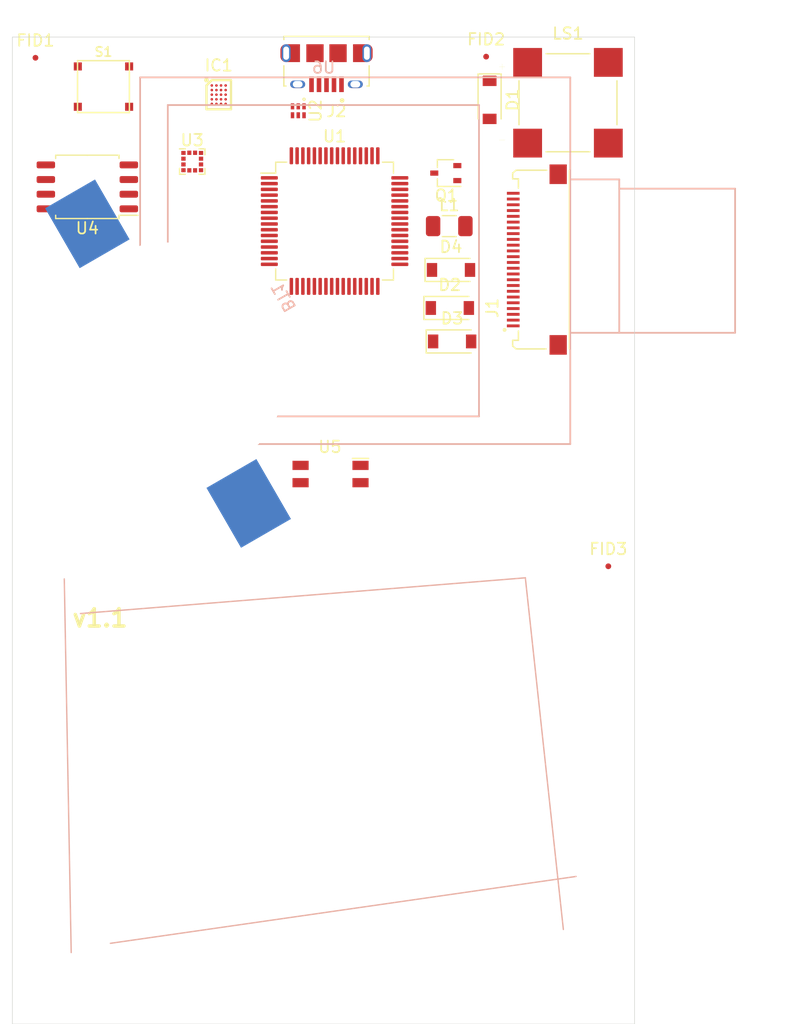
<source format=kicad_pcb>
(kicad_pcb (version 20171130) (host pcbnew 5.1.5-52549c5~84~ubuntu16.04.1)

  (general
    (thickness 1.6)
    (drawings 9)
    (tracks 0)
    (zones 0)
    (modules 21)
    (nets 146)
  )

  (page A4)
  (layers
    (0 F.Cu signal)
    (31 B.Cu signal)
    (32 B.Adhes user)
    (33 F.Adhes user)
    (34 B.Paste user)
    (35 F.Paste user)
    (36 B.SilkS user)
    (37 F.SilkS user)
    (38 B.Mask user)
    (39 F.Mask user hide)
    (40 Dwgs.User user)
    (41 Cmts.User user)
    (42 Eco1.User user)
    (43 Eco2.User user)
    (44 Edge.Cuts user)
    (45 Margin user)
    (46 B.CrtYd user)
    (47 F.CrtYd user)
    (48 B.Fab user)
    (49 F.Fab user)
  )

  (setup
    (last_trace_width 0.1524)
    (trace_clearance 0.15)
    (zone_clearance 0.508)
    (zone_45_only no)
    (trace_min 0.1524)
    (via_size 0.508)
    (via_drill 0.254)
    (via_min_size 0.508)
    (via_min_drill 0.254)
    (uvia_size 0.3)
    (uvia_drill 0.1)
    (uvias_allowed no)
    (uvia_min_size 0.2)
    (uvia_min_drill 0.1)
    (edge_width 0.05)
    (segment_width 0.2)
    (pcb_text_width 0.3)
    (pcb_text_size 1.5 1.5)
    (mod_edge_width 0.12)
    (mod_text_size 1 1)
    (mod_text_width 0.15)
    (pad_size 21 21)
    (pad_drill 21)
    (pad_to_mask_clearance 0.051)
    (solder_mask_min_width 0.25)
    (aux_axis_origin 0 0)
    (visible_elements FFFFFF7F)
    (pcbplotparams
      (layerselection 0x010fc_ffffffff)
      (usegerberextensions false)
      (usegerberattributes false)
      (usegerberadvancedattributes false)
      (creategerberjobfile false)
      (excludeedgelayer true)
      (linewidth 0.100000)
      (plotframeref false)
      (viasonmask false)
      (mode 1)
      (useauxorigin false)
      (hpglpennumber 1)
      (hpglpenspeed 20)
      (hpglpendiameter 15.000000)
      (psnegative false)
      (psa4output false)
      (plotreference true)
      (plotvalue true)
      (plotinvisibletext false)
      (padsonsilk false)
      (subtractmaskfromsilk false)
      (outputformat 1)
      (mirror false)
      (drillshape 1)
      (scaleselection 1)
      (outputdirectory ""))
  )

  (net 0 "")
  (net 1 "Net-(U1-Pad3)")
  (net 2 "Net-(U1-Pad4)")
  (net 3 "Net-(U1-Pad6)")
  (net 4 "Net-(U1-Pad8)")
  (net 5 "Net-(U1-Pad9)")
  (net 6 "Net-(U1-Pad10)")
  (net 7 "Net-(U1-Pad11)")
  (net 8 "Net-(U1-Pad12)")
  (net 9 "Net-(U1-Pad13)")
  (net 10 "Net-(U1-Pad14)")
  (net 11 "Net-(U1-Pad15)")
  (net 12 "Net-(U1-Pad16)")
  (net 13 "Net-(U1-Pad17)")
  (net 14 "Net-(U1-Pad19)")
  (net 15 "Net-(U1-Pad20)")
  (net 16 "Net-(U1-Pad21)")
  (net 17 "Net-(U1-Pad22)")
  (net 18 "Net-(U1-Pad23)")
  (net 19 "Net-(U1-Pad24)")
  (net 20 "Net-(U1-Pad25)")
  (net 21 "Net-(U1-Pad26)")
  (net 22 "Net-(U1-Pad27)")
  (net 23 "Net-(U1-Pad28)")
  (net 24 "Net-(U1-Pad29)")
  (net 25 "Net-(U1-Pad30)")
  (net 26 "Net-(U1-Pad31)")
  (net 27 "Net-(U1-Pad32)")
  (net 28 "Net-(U1-Pad37)")
  (net 29 "Net-(U1-Pad38)")
  (net 30 "Net-(U1-Pad39)")
  (net 31 "Net-(U1-Pad41)")
  (net 32 "Net-(U1-Pad43)")
  (net 33 "Net-(U1-Pad44)")
  (net 34 GND)
  (net 35 ~RESET)
  (net 36 SWCLK)
  (net 37 SWDIO)
  (net 38 "Net-(J1-Pad23)")
  (net 39 "Net-(J1-Pad22)")
  (net 40 "Net-(J1-Pad21)")
  (net 41 "Net-(J1-Pad20)")
  (net 42 "Net-(J1-Pad19)")
  (net 43 "Net-(J1-Pad18)")
  (net 44 "Net-(J1-Pad17)")
  (net 45 "Net-(J1-Pad16)")
  (net 46 "Net-(J1-Pad15)")
  (net 47 "Net-(J1-Pad14)")
  (net 48 "Net-(J1-Pad13)")
  (net 49 "Net-(J1-Pad12)")
  (net 50 "Net-(J1-Pad11)")
  (net 51 "Net-(J1-Pad10)")
  (net 52 "Net-(J1-Pad9)")
  (net 53 "Net-(J1-Pad8)")
  (net 54 "Net-(J1-Pad7)")
  (net 55 "Net-(J1-Pad6)")
  (net 56 "Net-(J1-Pad5)")
  (net 57 "Net-(J1-Pad4)")
  (net 58 "Net-(J1-Pad3)")
  (net 59 "Net-(J1-Pad2)")
  (net 60 "Net-(J1-Pad1)")
  (net 61 "Net-(J2-Pad4)")
  (net 62 "Net-(C1-Pad2)")
  (net 63 D-)
  (net 64 D+)
  (net 65 +5V)
  (net 66 "Net-(C3-Pad1)")
  (net 67 "Net-(C4-Pad2)")
  (net 68 "Net-(U4-Pad8)")
  (net 69 "Net-(U4-Pad7)")
  (net 70 "Net-(U4-Pad6)")
  (net 71 "Net-(U4-Pad5)")
  (net 72 "Net-(U4-Pad4)")
  (net 73 "Net-(U4-Pad3)")
  (net 74 "Net-(U4-Pad2)")
  (net 75 "Net-(U4-Pad1)")
  (net 76 "Net-(U5-Pad2)")
  (net 77 "Net-(U5-Pad3)")
  (net 78 "Net-(U5-Pad4)")
  (net 79 "Net-(U5-Pad1)")
  (net 80 "Net-(IC1-PadE4)")
  (net 81 "Net-(IC1-PadE3)")
  (net 82 "Net-(IC1-PadE2)")
  (net 83 "Net-(IC1-PadE1)")
  (net 84 "Net-(IC1-PadD4)")
  (net 85 "Net-(IC1-PadD3)")
  (net 86 "Net-(IC1-PadD2)")
  (net 87 "Net-(IC1-PadD1)")
  (net 88 "Net-(IC1-PadC4)")
  (net 89 "Net-(IC1-PadC3)")
  (net 90 "Net-(IC1-PadC2)")
  (net 91 "Net-(IC1-PadC1)")
  (net 92 "Net-(IC1-PadB4)")
  (net 93 "Net-(IC1-PadB3)")
  (net 94 "Net-(IC1-PadB2)")
  (net 95 "Net-(IC1-PadB1)")
  (net 96 "Net-(IC1-PadA4)")
  (net 97 "Net-(IC1-PadA3)")
  (net 98 "Net-(IC1-PadA2)")
  (net 99 "Net-(IC1-PadA1)")
  (net 100 "Net-(U3-Pad12)")
  (net 101 "Net-(U3-Pad11)")
  (net 102 "Net-(U3-Pad6)")
  (net 103 "Net-(U3-Pad5)")
  (net 104 "Net-(U3-Pad10)")
  (net 105 SCL)
  (net 106 SDA)
  (net 107 "Net-(U3-Pad9)")
  (net 108 "Net-(U3-Pad3)")
  (net 109 "Net-(U3-Pad2)")
  (net 110 "Net-(C5-Pad2)")
  (net 111 "Net-(U1-Pad64)")
  (net 112 "Net-(U1-Pad63)")
  (net 113 "Net-(U1-Pad62)")
  (net 114 "Net-(U1-Pad61)")
  (net 115 "Net-(U1-Pad60)")
  (net 116 "Net-(U1-Pad59)")
  (net 117 "Net-(U1-Pad56)")
  (net 118 "Net-(U1-Pad55)")
  (net 119 "Net-(U1-Pad53)")
  (net 120 "Net-(U1-Pad51)")
  (net 121 "Net-(U1-Pad50)")
  (net 122 "Net-(U1-Pad49)")
  (net 123 "Net-(U1-Pad42)")
  (net 124 "Net-(U1-Pad40)")
  (net 125 "Net-(U1-Pad36)")
  (net 126 "Net-(U1-Pad35)")
  (net 127 "Net-(U1-Pad18)")
  (net 128 "Net-(U1-Pad5)")
  (net 129 "Net-(S1-Pad3)")
  (net 130 "Net-(S1-Pad1)")
  (net 131 "Net-(Q1-Pad3)")
  (net 132 "Net-(Q1-Pad2)")
  (net 133 "Net-(Q1-Pad1)")
  (net 134 "Net-(L1-Pad2)")
  (net 135 "Net-(L1-Pad1)")
  (net 136 "Net-(LS1-PadN)")
  (net 137 "Net-(LS1-PadP)")
  (net 138 "Net-(D1-Pad2)")
  (net 139 "Net-(D1-Pad1)")
  (net 140 "Net-(D2-Pad2)")
  (net 141 "Net-(D2-Pad1)")
  (net 142 "Net-(D3-Pad2)")
  (net 143 "Net-(D3-Pad1)")
  (net 144 "Net-(D4-Pad2)")
  (net 145 "Net-(D4-Pad1)")

  (net_class Default "This is the default net class."
    (clearance 0.15)
    (trace_width 0.1524)
    (via_dia 0.508)
    (via_drill 0.254)
    (uvia_dia 0.3)
    (uvia_drill 0.1)
    (add_net +5V)
    (add_net D+)
    (add_net D-)
    (add_net GND)
    (add_net "Net-(C1-Pad2)")
    (add_net "Net-(C3-Pad1)")
    (add_net "Net-(C4-Pad2)")
    (add_net "Net-(C5-Pad2)")
    (add_net "Net-(D1-Pad1)")
    (add_net "Net-(D1-Pad2)")
    (add_net "Net-(D2-Pad1)")
    (add_net "Net-(D2-Pad2)")
    (add_net "Net-(D3-Pad1)")
    (add_net "Net-(D3-Pad2)")
    (add_net "Net-(D4-Pad1)")
    (add_net "Net-(D4-Pad2)")
    (add_net "Net-(IC1-PadA1)")
    (add_net "Net-(IC1-PadA2)")
    (add_net "Net-(IC1-PadA3)")
    (add_net "Net-(IC1-PadA4)")
    (add_net "Net-(IC1-PadB1)")
    (add_net "Net-(IC1-PadB2)")
    (add_net "Net-(IC1-PadB3)")
    (add_net "Net-(IC1-PadB4)")
    (add_net "Net-(IC1-PadC1)")
    (add_net "Net-(IC1-PadC2)")
    (add_net "Net-(IC1-PadC3)")
    (add_net "Net-(IC1-PadC4)")
    (add_net "Net-(IC1-PadD1)")
    (add_net "Net-(IC1-PadD2)")
    (add_net "Net-(IC1-PadD3)")
    (add_net "Net-(IC1-PadD4)")
    (add_net "Net-(IC1-PadE1)")
    (add_net "Net-(IC1-PadE2)")
    (add_net "Net-(IC1-PadE3)")
    (add_net "Net-(IC1-PadE4)")
    (add_net "Net-(J1-Pad1)")
    (add_net "Net-(J1-Pad10)")
    (add_net "Net-(J1-Pad11)")
    (add_net "Net-(J1-Pad12)")
    (add_net "Net-(J1-Pad13)")
    (add_net "Net-(J1-Pad14)")
    (add_net "Net-(J1-Pad15)")
    (add_net "Net-(J1-Pad16)")
    (add_net "Net-(J1-Pad17)")
    (add_net "Net-(J1-Pad18)")
    (add_net "Net-(J1-Pad19)")
    (add_net "Net-(J1-Pad2)")
    (add_net "Net-(J1-Pad20)")
    (add_net "Net-(J1-Pad21)")
    (add_net "Net-(J1-Pad22)")
    (add_net "Net-(J1-Pad23)")
    (add_net "Net-(J1-Pad3)")
    (add_net "Net-(J1-Pad4)")
    (add_net "Net-(J1-Pad5)")
    (add_net "Net-(J1-Pad6)")
    (add_net "Net-(J1-Pad7)")
    (add_net "Net-(J1-Pad8)")
    (add_net "Net-(J1-Pad9)")
    (add_net "Net-(J2-Pad4)")
    (add_net "Net-(L1-Pad1)")
    (add_net "Net-(L1-Pad2)")
    (add_net "Net-(LS1-PadN)")
    (add_net "Net-(LS1-PadP)")
    (add_net "Net-(Q1-Pad1)")
    (add_net "Net-(Q1-Pad2)")
    (add_net "Net-(Q1-Pad3)")
    (add_net "Net-(S1-Pad1)")
    (add_net "Net-(S1-Pad3)")
    (add_net "Net-(U1-Pad10)")
    (add_net "Net-(U1-Pad11)")
    (add_net "Net-(U1-Pad12)")
    (add_net "Net-(U1-Pad13)")
    (add_net "Net-(U1-Pad14)")
    (add_net "Net-(U1-Pad15)")
    (add_net "Net-(U1-Pad16)")
    (add_net "Net-(U1-Pad17)")
    (add_net "Net-(U1-Pad18)")
    (add_net "Net-(U1-Pad19)")
    (add_net "Net-(U1-Pad20)")
    (add_net "Net-(U1-Pad21)")
    (add_net "Net-(U1-Pad22)")
    (add_net "Net-(U1-Pad23)")
    (add_net "Net-(U1-Pad24)")
    (add_net "Net-(U1-Pad25)")
    (add_net "Net-(U1-Pad26)")
    (add_net "Net-(U1-Pad27)")
    (add_net "Net-(U1-Pad28)")
    (add_net "Net-(U1-Pad29)")
    (add_net "Net-(U1-Pad3)")
    (add_net "Net-(U1-Pad30)")
    (add_net "Net-(U1-Pad31)")
    (add_net "Net-(U1-Pad32)")
    (add_net "Net-(U1-Pad35)")
    (add_net "Net-(U1-Pad36)")
    (add_net "Net-(U1-Pad37)")
    (add_net "Net-(U1-Pad38)")
    (add_net "Net-(U1-Pad39)")
    (add_net "Net-(U1-Pad4)")
    (add_net "Net-(U1-Pad40)")
    (add_net "Net-(U1-Pad41)")
    (add_net "Net-(U1-Pad42)")
    (add_net "Net-(U1-Pad43)")
    (add_net "Net-(U1-Pad44)")
    (add_net "Net-(U1-Pad49)")
    (add_net "Net-(U1-Pad5)")
    (add_net "Net-(U1-Pad50)")
    (add_net "Net-(U1-Pad51)")
    (add_net "Net-(U1-Pad53)")
    (add_net "Net-(U1-Pad55)")
    (add_net "Net-(U1-Pad56)")
    (add_net "Net-(U1-Pad59)")
    (add_net "Net-(U1-Pad6)")
    (add_net "Net-(U1-Pad60)")
    (add_net "Net-(U1-Pad61)")
    (add_net "Net-(U1-Pad62)")
    (add_net "Net-(U1-Pad63)")
    (add_net "Net-(U1-Pad64)")
    (add_net "Net-(U1-Pad8)")
    (add_net "Net-(U1-Pad9)")
    (add_net "Net-(U3-Pad10)")
    (add_net "Net-(U3-Pad11)")
    (add_net "Net-(U3-Pad12)")
    (add_net "Net-(U3-Pad2)")
    (add_net "Net-(U3-Pad3)")
    (add_net "Net-(U3-Pad5)")
    (add_net "Net-(U3-Pad6)")
    (add_net "Net-(U3-Pad9)")
    (add_net "Net-(U4-Pad1)")
    (add_net "Net-(U4-Pad2)")
    (add_net "Net-(U4-Pad3)")
    (add_net "Net-(U4-Pad4)")
    (add_net "Net-(U4-Pad5)")
    (add_net "Net-(U4-Pad6)")
    (add_net "Net-(U4-Pad7)")
    (add_net "Net-(U4-Pad8)")
    (add_net "Net-(U5-Pad1)")
    (add_net "Net-(U5-Pad2)")
    (add_net "Net-(U5-Pad3)")
    (add_net "Net-(U5-Pad4)")
    (add_net SCL)
    (add_net SDA)
    (add_net SWCLK)
    (add_net SWDIO)
    (add_net ~RESET)
  )

  (module Diode_SMD:D_SOD-123 (layer F.Cu) (tedit 58645DC7) (tstamp 5E47FEE9)
    (at 165.05 61.6)
    (descr SOD-123)
    (tags SOD-123)
    (path /5E49A26C)
    (attr smd)
    (fp_text reference D4 (at 0 -2) (layer F.SilkS)
      (effects (font (size 1 1) (thickness 0.15)))
    )
    (fp_text value D (at 0 2.1) (layer F.Fab)
      (effects (font (size 1 1) (thickness 0.15)))
    )
    (fp_line (start -2.25 -1) (end 1.65 -1) (layer F.SilkS) (width 0.12))
    (fp_line (start -2.25 1) (end 1.65 1) (layer F.SilkS) (width 0.12))
    (fp_line (start -2.35 -1.15) (end -2.35 1.15) (layer F.CrtYd) (width 0.05))
    (fp_line (start 2.35 1.15) (end -2.35 1.15) (layer F.CrtYd) (width 0.05))
    (fp_line (start 2.35 -1.15) (end 2.35 1.15) (layer F.CrtYd) (width 0.05))
    (fp_line (start -2.35 -1.15) (end 2.35 -1.15) (layer F.CrtYd) (width 0.05))
    (fp_line (start -1.4 -0.9) (end 1.4 -0.9) (layer F.Fab) (width 0.1))
    (fp_line (start 1.4 -0.9) (end 1.4 0.9) (layer F.Fab) (width 0.1))
    (fp_line (start 1.4 0.9) (end -1.4 0.9) (layer F.Fab) (width 0.1))
    (fp_line (start -1.4 0.9) (end -1.4 -0.9) (layer F.Fab) (width 0.1))
    (fp_line (start -0.75 0) (end -0.35 0) (layer F.Fab) (width 0.1))
    (fp_line (start -0.35 0) (end -0.35 -0.55) (layer F.Fab) (width 0.1))
    (fp_line (start -0.35 0) (end -0.35 0.55) (layer F.Fab) (width 0.1))
    (fp_line (start -0.35 0) (end 0.25 -0.4) (layer F.Fab) (width 0.1))
    (fp_line (start 0.25 -0.4) (end 0.25 0.4) (layer F.Fab) (width 0.1))
    (fp_line (start 0.25 0.4) (end -0.35 0) (layer F.Fab) (width 0.1))
    (fp_line (start 0.25 0) (end 0.75 0) (layer F.Fab) (width 0.1))
    (fp_line (start -2.25 -1) (end -2.25 1) (layer F.SilkS) (width 0.12))
    (fp_text user %R (at 0 -2) (layer F.Fab)
      (effects (font (size 1 1) (thickness 0.15)))
    )
    (pad 2 smd rect (at 1.65 0) (size 0.9 1.2) (layers F.Cu F.Paste F.Mask)
      (net 144 "Net-(D4-Pad2)"))
    (pad 1 smd rect (at -1.65 0) (size 0.9 1.2) (layers F.Cu F.Paste F.Mask)
      (net 145 "Net-(D4-Pad1)"))
    (model ${KISYS3DMOD}/Diode_SMD.3dshapes/D_SOD-123.wrl
      (at (xyz 0 0 0))
      (scale (xyz 1 1 1))
      (rotate (xyz 0 0 0))
    )
  )

  (module Diode_SMD:D_SOD-123 (layer F.Cu) (tedit 58645DC7) (tstamp 5E47FED0)
    (at 165.15 67.8)
    (descr SOD-123)
    (tags SOD-123)
    (path /5E499BDD)
    (attr smd)
    (fp_text reference D3 (at 0 -2) (layer F.SilkS)
      (effects (font (size 1 1) (thickness 0.15)))
    )
    (fp_text value D (at 0 2.1) (layer F.Fab)
      (effects (font (size 1 1) (thickness 0.15)))
    )
    (fp_line (start -2.25 -1) (end 1.65 -1) (layer F.SilkS) (width 0.12))
    (fp_line (start -2.25 1) (end 1.65 1) (layer F.SilkS) (width 0.12))
    (fp_line (start -2.35 -1.15) (end -2.35 1.15) (layer F.CrtYd) (width 0.05))
    (fp_line (start 2.35 1.15) (end -2.35 1.15) (layer F.CrtYd) (width 0.05))
    (fp_line (start 2.35 -1.15) (end 2.35 1.15) (layer F.CrtYd) (width 0.05))
    (fp_line (start -2.35 -1.15) (end 2.35 -1.15) (layer F.CrtYd) (width 0.05))
    (fp_line (start -1.4 -0.9) (end 1.4 -0.9) (layer F.Fab) (width 0.1))
    (fp_line (start 1.4 -0.9) (end 1.4 0.9) (layer F.Fab) (width 0.1))
    (fp_line (start 1.4 0.9) (end -1.4 0.9) (layer F.Fab) (width 0.1))
    (fp_line (start -1.4 0.9) (end -1.4 -0.9) (layer F.Fab) (width 0.1))
    (fp_line (start -0.75 0) (end -0.35 0) (layer F.Fab) (width 0.1))
    (fp_line (start -0.35 0) (end -0.35 -0.55) (layer F.Fab) (width 0.1))
    (fp_line (start -0.35 0) (end -0.35 0.55) (layer F.Fab) (width 0.1))
    (fp_line (start -0.35 0) (end 0.25 -0.4) (layer F.Fab) (width 0.1))
    (fp_line (start 0.25 -0.4) (end 0.25 0.4) (layer F.Fab) (width 0.1))
    (fp_line (start 0.25 0.4) (end -0.35 0) (layer F.Fab) (width 0.1))
    (fp_line (start 0.25 0) (end 0.75 0) (layer F.Fab) (width 0.1))
    (fp_line (start -2.25 -1) (end -2.25 1) (layer F.SilkS) (width 0.12))
    (fp_text user %R (at 0 -2) (layer F.Fab)
      (effects (font (size 1 1) (thickness 0.15)))
    )
    (pad 2 smd rect (at 1.65 0) (size 0.9 1.2) (layers F.Cu F.Paste F.Mask)
      (net 142 "Net-(D3-Pad2)"))
    (pad 1 smd rect (at -1.65 0) (size 0.9 1.2) (layers F.Cu F.Paste F.Mask)
      (net 143 "Net-(D3-Pad1)"))
    (model ${KISYS3DMOD}/Diode_SMD.3dshapes/D_SOD-123.wrl
      (at (xyz 0 0 0))
      (scale (xyz 1 1 1))
      (rotate (xyz 0 0 0))
    )
  )

  (module Diode_SMD:D_SOD-123 (layer F.Cu) (tedit 58645DC7) (tstamp 5E47FEB7)
    (at 164.95 64.9)
    (descr SOD-123)
    (tags SOD-123)
    (path /5E499567)
    (attr smd)
    (fp_text reference D2 (at 0 -2) (layer F.SilkS)
      (effects (font (size 1 1) (thickness 0.15)))
    )
    (fp_text value D (at 0 2.1) (layer F.Fab)
      (effects (font (size 1 1) (thickness 0.15)))
    )
    (fp_line (start -2.25 -1) (end 1.65 -1) (layer F.SilkS) (width 0.12))
    (fp_line (start -2.25 1) (end 1.65 1) (layer F.SilkS) (width 0.12))
    (fp_line (start -2.35 -1.15) (end -2.35 1.15) (layer F.CrtYd) (width 0.05))
    (fp_line (start 2.35 1.15) (end -2.35 1.15) (layer F.CrtYd) (width 0.05))
    (fp_line (start 2.35 -1.15) (end 2.35 1.15) (layer F.CrtYd) (width 0.05))
    (fp_line (start -2.35 -1.15) (end 2.35 -1.15) (layer F.CrtYd) (width 0.05))
    (fp_line (start -1.4 -0.9) (end 1.4 -0.9) (layer F.Fab) (width 0.1))
    (fp_line (start 1.4 -0.9) (end 1.4 0.9) (layer F.Fab) (width 0.1))
    (fp_line (start 1.4 0.9) (end -1.4 0.9) (layer F.Fab) (width 0.1))
    (fp_line (start -1.4 0.9) (end -1.4 -0.9) (layer F.Fab) (width 0.1))
    (fp_line (start -0.75 0) (end -0.35 0) (layer F.Fab) (width 0.1))
    (fp_line (start -0.35 0) (end -0.35 -0.55) (layer F.Fab) (width 0.1))
    (fp_line (start -0.35 0) (end -0.35 0.55) (layer F.Fab) (width 0.1))
    (fp_line (start -0.35 0) (end 0.25 -0.4) (layer F.Fab) (width 0.1))
    (fp_line (start 0.25 -0.4) (end 0.25 0.4) (layer F.Fab) (width 0.1))
    (fp_line (start 0.25 0.4) (end -0.35 0) (layer F.Fab) (width 0.1))
    (fp_line (start 0.25 0) (end 0.75 0) (layer F.Fab) (width 0.1))
    (fp_line (start -2.25 -1) (end -2.25 1) (layer F.SilkS) (width 0.12))
    (fp_text user %R (at 0 -2) (layer F.Fab)
      (effects (font (size 1 1) (thickness 0.15)))
    )
    (pad 2 smd rect (at 1.65 0) (size 0.9 1.2) (layers F.Cu F.Paste F.Mask)
      (net 140 "Net-(D2-Pad2)"))
    (pad 1 smd rect (at -1.65 0) (size 0.9 1.2) (layers F.Cu F.Paste F.Mask)
      (net 141 "Net-(D2-Pad1)"))
    (model ${KISYS3DMOD}/Diode_SMD.3dshapes/D_SOD-123.wrl
      (at (xyz 0 0 0))
      (scale (xyz 1 1 1))
      (rotate (xyz 0 0 0))
    )
  )

  (module Diode_SMD:D_SOD-123 (layer F.Cu) (tedit 58645DC7) (tstamp 5E47EF8B)
    (at 168.4 46.85 270)
    (descr SOD-123)
    (tags SOD-123)
    (path /5E48FD17)
    (attr smd)
    (fp_text reference D1 (at 0 -2 90) (layer F.SilkS)
      (effects (font (size 1 1) (thickness 0.15)))
    )
    (fp_text value D (at 0 2.1 90) (layer F.Fab)
      (effects (font (size 1 1) (thickness 0.15)))
    )
    (fp_line (start -2.25 -1) (end 1.65 -1) (layer F.SilkS) (width 0.12))
    (fp_line (start -2.25 1) (end 1.65 1) (layer F.SilkS) (width 0.12))
    (fp_line (start -2.35 -1.15) (end -2.35 1.15) (layer F.CrtYd) (width 0.05))
    (fp_line (start 2.35 1.15) (end -2.35 1.15) (layer F.CrtYd) (width 0.05))
    (fp_line (start 2.35 -1.15) (end 2.35 1.15) (layer F.CrtYd) (width 0.05))
    (fp_line (start -2.35 -1.15) (end 2.35 -1.15) (layer F.CrtYd) (width 0.05))
    (fp_line (start -1.4 -0.9) (end 1.4 -0.9) (layer F.Fab) (width 0.1))
    (fp_line (start 1.4 -0.9) (end 1.4 0.9) (layer F.Fab) (width 0.1))
    (fp_line (start 1.4 0.9) (end -1.4 0.9) (layer F.Fab) (width 0.1))
    (fp_line (start -1.4 0.9) (end -1.4 -0.9) (layer F.Fab) (width 0.1))
    (fp_line (start -0.75 0) (end -0.35 0) (layer F.Fab) (width 0.1))
    (fp_line (start -0.35 0) (end -0.35 -0.55) (layer F.Fab) (width 0.1))
    (fp_line (start -0.35 0) (end -0.35 0.55) (layer F.Fab) (width 0.1))
    (fp_line (start -0.35 0) (end 0.25 -0.4) (layer F.Fab) (width 0.1))
    (fp_line (start 0.25 -0.4) (end 0.25 0.4) (layer F.Fab) (width 0.1))
    (fp_line (start 0.25 0.4) (end -0.35 0) (layer F.Fab) (width 0.1))
    (fp_line (start 0.25 0) (end 0.75 0) (layer F.Fab) (width 0.1))
    (fp_line (start -2.25 -1) (end -2.25 1) (layer F.SilkS) (width 0.12))
    (fp_text user %R (at 0 -2 90) (layer F.Fab)
      (effects (font (size 1 1) (thickness 0.15)))
    )
    (pad 2 smd rect (at 1.65 0 270) (size 0.9 1.2) (layers F.Cu F.Paste F.Mask)
      (net 138 "Net-(D1-Pad2)"))
    (pad 1 smd rect (at -1.65 0 270) (size 0.9 1.2) (layers F.Cu F.Paste F.Mask)
      (net 139 "Net-(D1-Pad1)"))
    (model ${KISYS3DMOD}/Diode_SMD.3dshapes/D_SOD-123.wrl
      (at (xyz 0 0 0))
      (scale (xyz 1 1 1))
      (rotate (xyz 0 0 0))
    )
  )

  (module CMT-8503-90-SMT-TR:XDCR_CMT-8503-90-SMT-TR (layer F.Cu) (tedit 5E477BBD) (tstamp 5E47DF76)
    (at 175.2 47.1)
    (path /5E48786A)
    (fp_text reference LS1 (at 0 -6) (layer F.SilkS)
      (effects (font (size 1 1) (thickness 0.15)))
    )
    (fp_text value CMT-8503-90-SMT-TR (at 10.16 6.35) (layer F.Fab)
      (effects (font (size 1 1) (thickness 0.015)))
    )
    (fp_line (start -5 -2) (end -5 -5) (layer F.CrtYd) (width 0.05))
    (fp_line (start -5 5) (end -5 2) (layer F.CrtYd) (width 0.05))
    (fp_line (start -5 2) (end -4.5 2) (layer F.CrtYd) (width 0.05))
    (fp_line (start -4.5 -2) (end -5 -2) (layer F.CrtYd) (width 0.05))
    (fp_line (start -4.5 2) (end -4.5 -2) (layer F.CrtYd) (width 0.05))
    (fp_line (start 5 -5) (end 5 -2) (layer F.CrtYd) (width 0.05))
    (fp_line (start 5 2) (end 5 5) (layer F.CrtYd) (width 0.05))
    (fp_line (start 4.5 2) (end 5 2) (layer F.CrtYd) (width 0.05))
    (fp_line (start 5 -2) (end 4.5 -2) (layer F.CrtYd) (width 0.05))
    (fp_line (start 4.5 -2) (end 4.5 2) (layer F.CrtYd) (width 0.05))
    (fp_line (start 5 5) (end 2 5) (layer F.CrtYd) (width 0.05))
    (fp_line (start -2 5) (end -5 5) (layer F.CrtYd) (width 0.05))
    (fp_line (start -2 4.5) (end -2 5) (layer F.CrtYd) (width 0.05))
    (fp_line (start 2 5) (end 2 4.5) (layer F.CrtYd) (width 0.05))
    (fp_line (start 2 4.5) (end -2 4.5) (layer F.CrtYd) (width 0.05))
    (fp_line (start 2 -5) (end 5 -5) (layer F.CrtYd) (width 0.05))
    (fp_line (start 2 -4.5) (end 2 -5) (layer F.CrtYd) (width 0.05))
    (fp_line (start -2 -4.5) (end 2 -4.5) (layer F.CrtYd) (width 0.05))
    (fp_line (start -2 -5) (end -2 -4.5) (layer F.CrtYd) (width 0.05))
    (fp_line (start -5 -5) (end -2 -5) (layer F.CrtYd) (width 0.05))
    (fp_line (start -4.25 -1.9) (end -4.25 1.9) (layer F.SilkS) (width 0.127))
    (fp_line (start 4.25 1.9) (end 4.25 -1.9) (layer F.SilkS) (width 0.127))
    (fp_line (start -1.9 4.25) (end 1.9 4.25) (layer F.SilkS) (width 0.127))
    (fp_line (start 1.9 -4.25) (end -1.9 -4.25) (layer F.SilkS) (width 0.127))
    (fp_line (start 4.25 -4.25) (end -4.25 -4.25) (layer F.Fab) (width 0.127))
    (fp_line (start 4.25 4.25) (end 4.25 -4.25) (layer F.Fab) (width 0.127))
    (fp_line (start -4.25 4.25) (end 4.25 4.25) (layer F.Fab) (width 0.127))
    (fp_line (start -4.25 -4.25) (end -4.25 4.25) (layer F.Fab) (width 0.127))
    (fp_text user + (at -5.715 -3.175) (layer F.SilkS)
      (effects (font (size 0.64 0.64) (thickness 0.015)))
    )
    (fp_text user - (at -5.715 3.175) (layer F.SilkS)
      (effects (font (size 0.64 0.64) (thickness 0.015)))
    )
    (fp_text user - (at -5.715 3.175) (layer F.Fab)
      (effects (font (size 0.64 0.64) (thickness 0.015)))
    )
    (fp_text user + (at -5.715 -3.175) (layer F.Fab)
      (effects (font (size 0.64 0.64) (thickness 0.015)))
    )
    (pad N smd rect (at -3.5 3.5) (size 2.5 2.5) (layers F.Cu F.Paste F.Mask)
      (net 136 "Net-(LS1-PadN)"))
    (pad 2 smd rect (at 3.5 3.5) (size 2.5 2.5) (layers F.Cu F.Paste F.Mask))
    (pad 1 smd rect (at 3.5 -3.5) (size 2.5 2.5) (layers F.Cu F.Paste F.Mask))
    (pad P smd rect (at -3.5 -3.5) (size 2.5 2.5) (layers F.Cu F.Paste F.Mask)
      (net 137 "Net-(LS1-PadP)"))
    (model ${KIPRJMOD}/lib/CMT-8503-90-SMT-TR/CUI_DEVICES_CMT-8503-90-SMT-TR.step
      (at (xyz 0 0 0))
      (scale (xyz 1 1 1))
      (rotate (xyz -90 0 -90))
    )
  )

  (module Inductor_SMD:L_1206_3216Metric (layer F.Cu) (tedit 5B301BBE) (tstamp 5E477B1A)
    (at 164.9 57.8)
    (descr "Inductor SMD 1206 (3216 Metric), square (rectangular) end terminal, IPC_7351 nominal, (Body size source: http://www.tortai-tech.com/upload/download/2011102023233369053.pdf), generated with kicad-footprint-generator")
    (tags inductor)
    (path /5E4829F3)
    (attr smd)
    (fp_text reference L1 (at 0 -1.82) (layer F.SilkS)
      (effects (font (size 1 1) (thickness 0.15)))
    )
    (fp_text value L (at 0 1.82) (layer F.Fab)
      (effects (font (size 1 1) (thickness 0.15)))
    )
    (fp_text user %R (at 0 0) (layer F.Fab)
      (effects (font (size 0.8 0.8) (thickness 0.12)))
    )
    (fp_line (start 2.28 1.12) (end -2.28 1.12) (layer F.CrtYd) (width 0.05))
    (fp_line (start 2.28 -1.12) (end 2.28 1.12) (layer F.CrtYd) (width 0.05))
    (fp_line (start -2.28 -1.12) (end 2.28 -1.12) (layer F.CrtYd) (width 0.05))
    (fp_line (start -2.28 1.12) (end -2.28 -1.12) (layer F.CrtYd) (width 0.05))
    (fp_line (start -0.602064 0.91) (end 0.602064 0.91) (layer F.SilkS) (width 0.12))
    (fp_line (start -0.602064 -0.91) (end 0.602064 -0.91) (layer F.SilkS) (width 0.12))
    (fp_line (start 1.6 0.8) (end -1.6 0.8) (layer F.Fab) (width 0.1))
    (fp_line (start 1.6 -0.8) (end 1.6 0.8) (layer F.Fab) (width 0.1))
    (fp_line (start -1.6 -0.8) (end 1.6 -0.8) (layer F.Fab) (width 0.1))
    (fp_line (start -1.6 0.8) (end -1.6 -0.8) (layer F.Fab) (width 0.1))
    (pad 2 smd roundrect (at 1.4 0) (size 1.25 1.75) (layers F.Cu F.Paste F.Mask) (roundrect_rratio 0.2)
      (net 134 "Net-(L1-Pad2)"))
    (pad 1 smd roundrect (at -1.4 0) (size 1.25 1.75) (layers F.Cu F.Paste F.Mask) (roundrect_rratio 0.2)
      (net 135 "Net-(L1-Pad1)"))
    (model ${KISYS3DMOD}/Inductor_SMD.3dshapes/L_1206_3216Metric.wrl
      (at (xyz 0 0 0))
      (scale (xyz 1 1 1))
      (rotate (xyz 0 0 0))
    )
  )

  (module Package_TO_SOT_SMD:SOT-323_SC-70 (layer F.Cu) (tedit 5A02FF57) (tstamp 5E4771C9)
    (at 164.6 53.2 180)
    (descr "SOT-323, SC-70")
    (tags "SOT-323 SC-70")
    (path /5E47D615)
    (attr smd)
    (fp_text reference Q1 (at -0.05 -1.95) (layer F.SilkS)
      (effects (font (size 1 1) (thickness 0.15)))
    )
    (fp_text value SI1308EDL-T1-GE3 (at -0.05 2.05) (layer F.Fab)
      (effects (font (size 1 1) (thickness 0.15)))
    )
    (fp_line (start -0.18 -1.1) (end -0.68 -0.6) (layer F.Fab) (width 0.1))
    (fp_line (start 0.67 1.1) (end -0.68 1.1) (layer F.Fab) (width 0.1))
    (fp_line (start 0.67 -1.1) (end 0.67 1.1) (layer F.Fab) (width 0.1))
    (fp_line (start -0.68 -0.6) (end -0.68 1.1) (layer F.Fab) (width 0.1))
    (fp_line (start 0.67 -1.1) (end -0.18 -1.1) (layer F.Fab) (width 0.1))
    (fp_line (start -0.68 1.16) (end 0.73 1.16) (layer F.SilkS) (width 0.12))
    (fp_line (start 0.73 -1.16) (end -1.3 -1.16) (layer F.SilkS) (width 0.12))
    (fp_line (start -1.7 1.3) (end -1.7 -1.3) (layer F.CrtYd) (width 0.05))
    (fp_line (start -1.7 -1.3) (end 1.7 -1.3) (layer F.CrtYd) (width 0.05))
    (fp_line (start 1.7 -1.3) (end 1.7 1.3) (layer F.CrtYd) (width 0.05))
    (fp_line (start 1.7 1.3) (end -1.7 1.3) (layer F.CrtYd) (width 0.05))
    (fp_line (start 0.73 -1.16) (end 0.73 -0.5) (layer F.SilkS) (width 0.12))
    (fp_line (start 0.73 0.5) (end 0.73 1.16) (layer F.SilkS) (width 0.12))
    (fp_text user %R (at 0 0 90) (layer F.Fab)
      (effects (font (size 0.5 0.5) (thickness 0.075)))
    )
    (pad 3 smd rect (at 1 0 90) (size 0.45 0.7) (layers F.Cu F.Paste F.Mask)
      (net 131 "Net-(Q1-Pad3)"))
    (pad 2 smd rect (at -1 0.65 90) (size 0.45 0.7) (layers F.Cu F.Paste F.Mask)
      (net 132 "Net-(Q1-Pad2)"))
    (pad 1 smd rect (at -1 -0.65 90) (size 0.45 0.7) (layers F.Cu F.Paste F.Mask)
      (net 133 "Net-(Q1-Pad1)"))
    (model ${KISYS3DMOD}/Package_TO_SOT_SMD.3dshapes/SOT-323_SC-70.wrl
      (at (xyz 0 0 0))
      (scale (xyz 1 1 1))
      (rotate (xyz 0 0 0))
    )
  )

  (module TL3315NF100Q:TL3315NF100Q (layer F.Cu) (tedit 5E424706) (tstamp 5E428A3B)
    (at 134.9 45.7)
    (path /5E4BB22B)
    (fp_text reference S1 (at 0 -3.008) (layer F.SilkS)
      (effects (font (size 0.8 0.8) (thickness 0.15)))
    )
    (fp_text value TL3315NF100Q (at 0 0) (layer F.Fab)
      (effects (font (size 0.787402 0.787402) (thickness 0.015)))
    )
    (fp_line (start -2.25 2.25) (end -2.25 -2.25) (layer F.SilkS) (width 0.127))
    (fp_line (start 2.25 2.25) (end -2.25 2.25) (layer F.SilkS) (width 0.127))
    (fp_line (start 2.25 -2.25) (end 2.25 2.25) (layer F.SilkS) (width 0.127))
    (fp_line (start -2.25 -2.25) (end 2.25 -2.25) (layer F.SilkS) (width 0.127))
    (pad 3 smd rect (at -2.225 1.75) (size 0.7 0.7) (layers F.Cu F.Paste F.Mask)
      (net 129 "Net-(S1-Pad3)"))
    (pad 4 smd rect (at 2.225 1.75) (size 0.7 0.7) (layers F.Cu F.Paste F.Mask)
      (net 129 "Net-(S1-Pad3)"))
    (pad 2 smd rect (at 2.225 -1.75) (size 0.7 0.7) (layers F.Cu F.Paste F.Mask)
      (net 130 "Net-(S1-Pad1)"))
    (pad 1 smd rect (at -2.225 -1.75) (size 0.7 0.7) (layers F.Cu F.Paste F.Mask)
      (net 130 "Net-(S1-Pad1)"))
    (model ${KIPRJMOD}/lib/TL3315NF100Q/TL3315NFxxxQ.stp
      (offset (xyz 0 0 0.3))
      (scale (xyz 1 1 1))
      (rotate (xyz 0 0 0))
    )
  )

  (module Package_QFP:TQFP-64_10x10mm_P0.5mm (layer F.Cu) (tedit 5D9F72B1) (tstamp 5E4271A4)
    (at 154.95 57.3625)
    (descr "TQFP, 64 Pin (http://www.microsemi.com/index.php?option=com_docman&task=doc_download&gid=131095), generated with kicad-footprint-generator ipc_gullwing_generator.py")
    (tags "TQFP QFP")
    (path /5E4A7A7D)
    (attr smd)
    (fp_text reference U1 (at 0 -7.35) (layer F.SilkS)
      (effects (font (size 1 1) (thickness 0.15)))
    )
    (fp_text value ATSAML21J18B-AUT (at 0 7.35) (layer F.Fab)
      (effects (font (size 1 1) (thickness 0.15)))
    )
    (fp_text user %R (at 0 0) (layer F.Fab)
      (effects (font (size 1 1) (thickness 0.15)))
    )
    (fp_line (start 6.65 4.15) (end 6.65 0) (layer F.CrtYd) (width 0.05))
    (fp_line (start 5.25 4.15) (end 6.65 4.15) (layer F.CrtYd) (width 0.05))
    (fp_line (start 5.25 5.25) (end 5.25 4.15) (layer F.CrtYd) (width 0.05))
    (fp_line (start 4.15 5.25) (end 5.25 5.25) (layer F.CrtYd) (width 0.05))
    (fp_line (start 4.15 6.65) (end 4.15 5.25) (layer F.CrtYd) (width 0.05))
    (fp_line (start 0 6.65) (end 4.15 6.65) (layer F.CrtYd) (width 0.05))
    (fp_line (start -6.65 4.15) (end -6.65 0) (layer F.CrtYd) (width 0.05))
    (fp_line (start -5.25 4.15) (end -6.65 4.15) (layer F.CrtYd) (width 0.05))
    (fp_line (start -5.25 5.25) (end -5.25 4.15) (layer F.CrtYd) (width 0.05))
    (fp_line (start -4.15 5.25) (end -5.25 5.25) (layer F.CrtYd) (width 0.05))
    (fp_line (start -4.15 6.65) (end -4.15 5.25) (layer F.CrtYd) (width 0.05))
    (fp_line (start 0 6.65) (end -4.15 6.65) (layer F.CrtYd) (width 0.05))
    (fp_line (start 6.65 -4.15) (end 6.65 0) (layer F.CrtYd) (width 0.05))
    (fp_line (start 5.25 -4.15) (end 6.65 -4.15) (layer F.CrtYd) (width 0.05))
    (fp_line (start 5.25 -5.25) (end 5.25 -4.15) (layer F.CrtYd) (width 0.05))
    (fp_line (start 4.15 -5.25) (end 5.25 -5.25) (layer F.CrtYd) (width 0.05))
    (fp_line (start 4.15 -6.65) (end 4.15 -5.25) (layer F.CrtYd) (width 0.05))
    (fp_line (start 0 -6.65) (end 4.15 -6.65) (layer F.CrtYd) (width 0.05))
    (fp_line (start -6.65 -4.15) (end -6.65 0) (layer F.CrtYd) (width 0.05))
    (fp_line (start -5.25 -4.15) (end -6.65 -4.15) (layer F.CrtYd) (width 0.05))
    (fp_line (start -5.25 -5.25) (end -5.25 -4.15) (layer F.CrtYd) (width 0.05))
    (fp_line (start -4.15 -5.25) (end -5.25 -5.25) (layer F.CrtYd) (width 0.05))
    (fp_line (start -4.15 -6.65) (end -4.15 -5.25) (layer F.CrtYd) (width 0.05))
    (fp_line (start 0 -6.65) (end -4.15 -6.65) (layer F.CrtYd) (width 0.05))
    (fp_line (start -5 -4) (end -4 -5) (layer F.Fab) (width 0.1))
    (fp_line (start -5 5) (end -5 -4) (layer F.Fab) (width 0.1))
    (fp_line (start 5 5) (end -5 5) (layer F.Fab) (width 0.1))
    (fp_line (start 5 -5) (end 5 5) (layer F.Fab) (width 0.1))
    (fp_line (start -4 -5) (end 5 -5) (layer F.Fab) (width 0.1))
    (fp_line (start -5.11 -4.16) (end -6.4 -4.16) (layer F.SilkS) (width 0.12))
    (fp_line (start -5.11 -5.11) (end -5.11 -4.16) (layer F.SilkS) (width 0.12))
    (fp_line (start -4.16 -5.11) (end -5.11 -5.11) (layer F.SilkS) (width 0.12))
    (fp_line (start 5.11 -5.11) (end 5.11 -4.16) (layer F.SilkS) (width 0.12))
    (fp_line (start 4.16 -5.11) (end 5.11 -5.11) (layer F.SilkS) (width 0.12))
    (fp_line (start -5.11 5.11) (end -5.11 4.16) (layer F.SilkS) (width 0.12))
    (fp_line (start -4.16 5.11) (end -5.11 5.11) (layer F.SilkS) (width 0.12))
    (fp_line (start 5.11 5.11) (end 5.11 4.16) (layer F.SilkS) (width 0.12))
    (fp_line (start 4.16 5.11) (end 5.11 5.11) (layer F.SilkS) (width 0.12))
    (pad 64 smd roundrect (at -3.75 -5.6625) (size 0.3 1.475) (layers F.Cu F.Paste F.Mask) (roundrect_rratio 0.25)
      (net 111 "Net-(U1-Pad64)"))
    (pad 63 smd roundrect (at -3.25 -5.6625) (size 0.3 1.475) (layers F.Cu F.Paste F.Mask) (roundrect_rratio 0.25)
      (net 112 "Net-(U1-Pad63)"))
    (pad 62 smd roundrect (at -2.75 -5.6625) (size 0.3 1.475) (layers F.Cu F.Paste F.Mask) (roundrect_rratio 0.25)
      (net 113 "Net-(U1-Pad62)"))
    (pad 61 smd roundrect (at -2.25 -5.6625) (size 0.3 1.475) (layers F.Cu F.Paste F.Mask) (roundrect_rratio 0.25)
      (net 114 "Net-(U1-Pad61)"))
    (pad 60 smd roundrect (at -1.75 -5.6625) (size 0.3 1.475) (layers F.Cu F.Paste F.Mask) (roundrect_rratio 0.25)
      (net 115 "Net-(U1-Pad60)"))
    (pad 59 smd roundrect (at -1.25 -5.6625) (size 0.3 1.475) (layers F.Cu F.Paste F.Mask) (roundrect_rratio 0.25)
      (net 116 "Net-(U1-Pad59)"))
    (pad 58 smd roundrect (at -0.75 -5.6625) (size 0.3 1.475) (layers F.Cu F.Paste F.Mask) (roundrect_rratio 0.25)
      (net 37 SWDIO))
    (pad 57 smd roundrect (at -0.25 -5.6625) (size 0.3 1.475) (layers F.Cu F.Paste F.Mask) (roundrect_rratio 0.25)
      (net 36 SWCLK))
    (pad 56 smd roundrect (at 0.25 -5.6625) (size 0.3 1.475) (layers F.Cu F.Paste F.Mask) (roundrect_rratio 0.25)
      (net 117 "Net-(U1-Pad56)"))
    (pad 55 smd roundrect (at 0.75 -5.6625) (size 0.3 1.475) (layers F.Cu F.Paste F.Mask) (roundrect_rratio 0.25)
      (net 118 "Net-(U1-Pad55)"))
    (pad 54 smd roundrect (at 1.25 -5.6625) (size 0.3 1.475) (layers F.Cu F.Paste F.Mask) (roundrect_rratio 0.25)
      (net 17 "Net-(U1-Pad22)"))
    (pad 53 smd roundrect (at 1.75 -5.6625) (size 0.3 1.475) (layers F.Cu F.Paste F.Mask) (roundrect_rratio 0.25)
      (net 119 "Net-(U1-Pad53)"))
    (pad 52 smd roundrect (at 2.25 -5.6625) (size 0.3 1.475) (layers F.Cu F.Paste F.Mask) (roundrect_rratio 0.25)
      (net 35 ~RESET))
    (pad 51 smd roundrect (at 2.75 -5.6625) (size 0.3 1.475) (layers F.Cu F.Paste F.Mask) (roundrect_rratio 0.25)
      (net 120 "Net-(U1-Pad51)"))
    (pad 50 smd roundrect (at 3.25 -5.6625) (size 0.3 1.475) (layers F.Cu F.Paste F.Mask) (roundrect_rratio 0.25)
      (net 121 "Net-(U1-Pad50)"))
    (pad 49 smd roundrect (at 3.75 -5.6625) (size 0.3 1.475) (layers F.Cu F.Paste F.Mask) (roundrect_rratio 0.25)
      (net 122 "Net-(U1-Pad49)"))
    (pad 48 smd roundrect (at 5.6625 -3.75) (size 1.475 0.3) (layers F.Cu F.Paste F.Mask) (roundrect_rratio 0.25)
      (net 16 "Net-(U1-Pad21)"))
    (pad 47 smd roundrect (at 5.6625 -3.25) (size 1.475 0.3) (layers F.Cu F.Paste F.Mask) (roundrect_rratio 0.25)
      (net 17 "Net-(U1-Pad22)"))
    (pad 46 smd roundrect (at 5.6625 -2.75) (size 1.475 0.3) (layers F.Cu F.Paste F.Mask) (roundrect_rratio 0.25)
      (net 64 D+))
    (pad 45 smd roundrect (at 5.6625 -2.25) (size 1.475 0.3) (layers F.Cu F.Paste F.Mask) (roundrect_rratio 0.25)
      (net 63 D-))
    (pad 44 smd roundrect (at 5.6625 -1.75) (size 1.475 0.3) (layers F.Cu F.Paste F.Mask) (roundrect_rratio 0.25)
      (net 33 "Net-(U1-Pad44)"))
    (pad 43 smd roundrect (at 5.6625 -1.25) (size 1.475 0.3) (layers F.Cu F.Paste F.Mask) (roundrect_rratio 0.25)
      (net 32 "Net-(U1-Pad43)"))
    (pad 42 smd roundrect (at 5.6625 -0.75) (size 1.475 0.3) (layers F.Cu F.Paste F.Mask) (roundrect_rratio 0.25)
      (net 123 "Net-(U1-Pad42)"))
    (pad 41 smd roundrect (at 5.6625 -0.25) (size 1.475 0.3) (layers F.Cu F.Paste F.Mask) (roundrect_rratio 0.25)
      (net 31 "Net-(U1-Pad41)"))
    (pad 40 smd roundrect (at 5.6625 0.25) (size 1.475 0.3) (layers F.Cu F.Paste F.Mask) (roundrect_rratio 0.25)
      (net 124 "Net-(U1-Pad40)"))
    (pad 39 smd roundrect (at 5.6625 0.75) (size 1.475 0.3) (layers F.Cu F.Paste F.Mask) (roundrect_rratio 0.25)
      (net 30 "Net-(U1-Pad39)"))
    (pad 38 smd roundrect (at 5.6625 1.25) (size 1.475 0.3) (layers F.Cu F.Paste F.Mask) (roundrect_rratio 0.25)
      (net 29 "Net-(U1-Pad38)"))
    (pad 37 smd roundrect (at 5.6625 1.75) (size 1.475 0.3) (layers F.Cu F.Paste F.Mask) (roundrect_rratio 0.25)
      (net 28 "Net-(U1-Pad37)"))
    (pad 36 smd roundrect (at 5.6625 2.25) (size 1.475 0.3) (layers F.Cu F.Paste F.Mask) (roundrect_rratio 0.25)
      (net 125 "Net-(U1-Pad36)"))
    (pad 35 smd roundrect (at 5.6625 2.75) (size 1.475 0.3) (layers F.Cu F.Paste F.Mask) (roundrect_rratio 0.25)
      (net 126 "Net-(U1-Pad35)"))
    (pad 34 smd roundrect (at 5.6625 3.25) (size 1.475 0.3) (layers F.Cu F.Paste F.Mask) (roundrect_rratio 0.25)
      (net 16 "Net-(U1-Pad21)"))
    (pad 33 smd roundrect (at 5.6625 3.75) (size 1.475 0.3) (layers F.Cu F.Paste F.Mask) (roundrect_rratio 0.25)
      (net 17 "Net-(U1-Pad22)"))
    (pad 32 smd roundrect (at 3.75 5.6625) (size 0.3 1.475) (layers F.Cu F.Paste F.Mask) (roundrect_rratio 0.25)
      (net 27 "Net-(U1-Pad32)"))
    (pad 31 smd roundrect (at 3.25 5.6625) (size 0.3 1.475) (layers F.Cu F.Paste F.Mask) (roundrect_rratio 0.25)
      (net 26 "Net-(U1-Pad31)"))
    (pad 30 smd roundrect (at 2.75 5.6625) (size 0.3 1.475) (layers F.Cu F.Paste F.Mask) (roundrect_rratio 0.25)
      (net 25 "Net-(U1-Pad30)"))
    (pad 29 smd roundrect (at 2.25 5.6625) (size 0.3 1.475) (layers F.Cu F.Paste F.Mask) (roundrect_rratio 0.25)
      (net 24 "Net-(U1-Pad29)"))
    (pad 28 smd roundrect (at 1.75 5.6625) (size 0.3 1.475) (layers F.Cu F.Paste F.Mask) (roundrect_rratio 0.25)
      (net 23 "Net-(U1-Pad28)"))
    (pad 27 smd roundrect (at 1.25 5.6625) (size 0.3 1.475) (layers F.Cu F.Paste F.Mask) (roundrect_rratio 0.25)
      (net 22 "Net-(U1-Pad27)"))
    (pad 26 smd roundrect (at 0.75 5.6625) (size 0.3 1.475) (layers F.Cu F.Paste F.Mask) (roundrect_rratio 0.25)
      (net 21 "Net-(U1-Pad26)"))
    (pad 25 smd roundrect (at 0.25 5.6625) (size 0.3 1.475) (layers F.Cu F.Paste F.Mask) (roundrect_rratio 0.25)
      (net 20 "Net-(U1-Pad25)"))
    (pad 24 smd roundrect (at -0.25 5.6625) (size 0.3 1.475) (layers F.Cu F.Paste F.Mask) (roundrect_rratio 0.25)
      (net 19 "Net-(U1-Pad24)"))
    (pad 23 smd roundrect (at -0.75 5.6625) (size 0.3 1.475) (layers F.Cu F.Paste F.Mask) (roundrect_rratio 0.25)
      (net 18 "Net-(U1-Pad23)"))
    (pad 22 smd roundrect (at -1.25 5.6625) (size 0.3 1.475) (layers F.Cu F.Paste F.Mask) (roundrect_rratio 0.25)
      (net 17 "Net-(U1-Pad22)"))
    (pad 21 smd roundrect (at -1.75 5.6625) (size 0.3 1.475) (layers F.Cu F.Paste F.Mask) (roundrect_rratio 0.25)
      (net 16 "Net-(U1-Pad21)"))
    (pad 20 smd roundrect (at -2.25 5.6625) (size 0.3 1.475) (layers F.Cu F.Paste F.Mask) (roundrect_rratio 0.25)
      (net 15 "Net-(U1-Pad20)"))
    (pad 19 smd roundrect (at -2.75 5.6625) (size 0.3 1.475) (layers F.Cu F.Paste F.Mask) (roundrect_rratio 0.25)
      (net 14 "Net-(U1-Pad19)"))
    (pad 18 smd roundrect (at -3.25 5.6625) (size 0.3 1.475) (layers F.Cu F.Paste F.Mask) (roundrect_rratio 0.25)
      (net 127 "Net-(U1-Pad18)"))
    (pad 17 smd roundrect (at -3.75 5.6625) (size 0.3 1.475) (layers F.Cu F.Paste F.Mask) (roundrect_rratio 0.25)
      (net 13 "Net-(U1-Pad17)"))
    (pad 16 smd roundrect (at -5.6625 3.75) (size 1.475 0.3) (layers F.Cu F.Paste F.Mask) (roundrect_rratio 0.25)
      (net 12 "Net-(U1-Pad16)"))
    (pad 15 smd roundrect (at -5.6625 3.25) (size 1.475 0.3) (layers F.Cu F.Paste F.Mask) (roundrect_rratio 0.25)
      (net 11 "Net-(U1-Pad15)"))
    (pad 14 smd roundrect (at -5.6625 2.75) (size 1.475 0.3) (layers F.Cu F.Paste F.Mask) (roundrect_rratio 0.25)
      (net 10 "Net-(U1-Pad14)"))
    (pad 13 smd roundrect (at -5.6625 2.25) (size 1.475 0.3) (layers F.Cu F.Paste F.Mask) (roundrect_rratio 0.25)
      (net 9 "Net-(U1-Pad13)"))
    (pad 12 smd roundrect (at -5.6625 1.75) (size 1.475 0.3) (layers F.Cu F.Paste F.Mask) (roundrect_rratio 0.25)
      (net 8 "Net-(U1-Pad12)"))
    (pad 11 smd roundrect (at -5.6625 1.25) (size 1.475 0.3) (layers F.Cu F.Paste F.Mask) (roundrect_rratio 0.25)
      (net 7 "Net-(U1-Pad11)"))
    (pad 10 smd roundrect (at -5.6625 0.75) (size 1.475 0.3) (layers F.Cu F.Paste F.Mask) (roundrect_rratio 0.25)
      (net 6 "Net-(U1-Pad10)"))
    (pad 9 smd roundrect (at -5.6625 0.25) (size 1.475 0.3) (layers F.Cu F.Paste F.Mask) (roundrect_rratio 0.25)
      (net 5 "Net-(U1-Pad9)"))
    (pad 8 smd roundrect (at -5.6625 -0.25) (size 1.475 0.3) (layers F.Cu F.Paste F.Mask) (roundrect_rratio 0.25)
      (net 4 "Net-(U1-Pad8)"))
    (pad 7 smd roundrect (at -5.6625 -0.75) (size 1.475 0.3) (layers F.Cu F.Paste F.Mask) (roundrect_rratio 0.25)
      (net 17 "Net-(U1-Pad22)"))
    (pad 6 smd roundrect (at -5.6625 -1.25) (size 1.475 0.3) (layers F.Cu F.Paste F.Mask) (roundrect_rratio 0.25)
      (net 3 "Net-(U1-Pad6)"))
    (pad 5 smd roundrect (at -5.6625 -1.75) (size 1.475 0.3) (layers F.Cu F.Paste F.Mask) (roundrect_rratio 0.25)
      (net 128 "Net-(U1-Pad5)"))
    (pad 4 smd roundrect (at -5.6625 -2.25) (size 1.475 0.3) (layers F.Cu F.Paste F.Mask) (roundrect_rratio 0.25)
      (net 2 "Net-(U1-Pad4)"))
    (pad 3 smd roundrect (at -5.6625 -2.75) (size 1.475 0.3) (layers F.Cu F.Paste F.Mask) (roundrect_rratio 0.25)
      (net 1 "Net-(U1-Pad3)"))
    (pad 2 smd roundrect (at -5.6625 -3.25) (size 1.475 0.3) (layers F.Cu F.Paste F.Mask) (roundrect_rratio 0.25)
      (net 67 "Net-(C4-Pad2)"))
    (pad 1 smd roundrect (at -5.6625 -3.75) (size 1.475 0.3) (layers F.Cu F.Paste F.Mask) (roundrect_rratio 0.25)
      (net 66 "Net-(C3-Pad1)"))
    (model ${KISYS3DMOD}/Package_QFP.3dshapes/TQFP-64_10x10mm_P0.5mm.wrl
      (at (xyz 0 0 0))
      (scale (xyz 1 1 1))
      (rotate (xyz 0 0 0))
    )
  )

  (module Fiducial:Fiducial_0.5mm_Mask1mm (layer F.Cu) (tedit 5C18CB26) (tstamp 5E425E2F)
    (at 178.7 87.3)
    (descr "Circular Fiducial, 0.5mm bare copper, 1mm soldermask opening (Level C)")
    (tags fiducial)
    (path /5E49F92F)
    (attr smd)
    (fp_text reference FID3 (at 0 -1.5) (layer F.SilkS)
      (effects (font (size 1 1) (thickness 0.15)))
    )
    (fp_text value Fiducial (at 0 1.5) (layer F.Fab)
      (effects (font (size 1 1) (thickness 0.15)))
    )
    (fp_circle (center 0 0) (end 0.75 0) (layer F.CrtYd) (width 0.05))
    (fp_text user %R (at 0 0) (layer F.Fab)
      (effects (font (size 0.2 0.2) (thickness 0.04)))
    )
    (fp_circle (center 0 0) (end 0.5 0) (layer F.Fab) (width 0.1))
    (pad "" smd circle (at 0 0) (size 0.5 0.5) (layers F.Cu F.Mask)
      (solder_mask_margin 0.25) (clearance 0.25))
  )

  (module Fiducial:Fiducial_0.5mm_Mask1mm (layer F.Cu) (tedit 5C18CB26) (tstamp 5E425E27)
    (at 168.1 43.1)
    (descr "Circular Fiducial, 0.5mm bare copper, 1mm soldermask opening (Level C)")
    (tags fiducial)
    (path /5E49F2F6)
    (attr smd)
    (fp_text reference FID2 (at 0 -1.5) (layer F.SilkS)
      (effects (font (size 1 1) (thickness 0.15)))
    )
    (fp_text value Fiducial (at 0 1.5) (layer F.Fab)
      (effects (font (size 1 1) (thickness 0.15)))
    )
    (fp_circle (center 0 0) (end 0.75 0) (layer F.CrtYd) (width 0.05))
    (fp_text user %R (at 0 0) (layer F.Fab)
      (effects (font (size 0.2 0.2) (thickness 0.04)))
    )
    (fp_circle (center 0 0) (end 0.5 0) (layer F.Fab) (width 0.1))
    (pad "" smd circle (at 0 0) (size 0.5 0.5) (layers F.Cu F.Mask)
      (solder_mask_margin 0.25) (clearance 0.25))
  )

  (module Fiducial:Fiducial_0.5mm_Mask1mm (layer F.Cu) (tedit 5C18CB26) (tstamp 5E425E1F)
    (at 129 43.2)
    (descr "Circular Fiducial, 0.5mm bare copper, 1mm soldermask opening (Level C)")
    (tags fiducial)
    (path /5E49E427)
    (attr smd)
    (fp_text reference FID1 (at 0 -1.5) (layer F.SilkS)
      (effects (font (size 1 1) (thickness 0.15)))
    )
    (fp_text value Fiducial (at 0 1.5) (layer F.Fab)
      (effects (font (size 1 1) (thickness 0.15)))
    )
    (fp_circle (center 0 0) (end 0.75 0) (layer F.CrtYd) (width 0.05))
    (fp_text user %R (at 0 0) (layer F.Fab)
      (effects (font (size 0.2 0.2) (thickness 0.04)))
    )
    (fp_circle (center 0 0) (end 0.5 0) (layer F.Fab) (width 0.1))
    (pad "" smd circle (at 0 0) (size 0.5 0.5) (layers F.Cu F.Mask)
      (solder_mask_margin 0.25) (clearance 0.25))
  )

  (module lir2032:LIR2032 (layer B.Cu) (tedit 5E4238A9) (tstamp 5E427CE9)
    (at 140.5 69.724356 120)
    (path /5E49276A)
    (fp_text reference BT1 (at 0 11.5 120) (layer B.SilkS)
      (effects (font (size 1 1) (thickness 0.15)) (justify mirror))
    )
    (fp_text value Battery (at 0.4 -7.25 120) (layer B.Fab)
      (effects (font (size 1 1) (thickness 0.15)) (justify mirror))
    )
    (pad - smd rect (at -14 0 120) (size 6 5) (layers B.Cu B.Paste B.Mask))
    (pad + smd rect (at 14 0 120) (size 6 5) (layers B.Cu B.Paste B.Mask))
    (pad "" np_thru_hole circle (at 0 0 120) (size 21 21) (drill 21) (layers *.Cu *.Mask))
  )

  (module XF2M-2415-1A:OMRON_XF2M-2415-1A (layer F.Cu) (tedit 5E405907) (tstamp 5E42318B)
    (at 172.8 60.7 90)
    (path /5E477E76)
    (fp_text reference J1 (at -4.195 -4.165 90) (layer F.SilkS)
      (effects (font (size 1 1) (thickness 0.15)))
    )
    (fp_text value XF2M-2415-1A (at 4 3.895 90) (layer F.Fab)
      (effects (font (size 1 1) (thickness 0.015)))
    )
    (fp_line (start -6.75 -2.15) (end -6.125 -2.15) (layer F.CrtYd) (width 0.05))
    (fp_line (start -6.75 -2.65) (end -6.75 -2.15) (layer F.CrtYd) (width 0.05))
    (fp_line (start -8 -2.2) (end -7.6 -2.65) (layer F.CrtYd) (width 0.05))
    (fp_line (start -8 0.55) (end -8 -2.2) (layer F.CrtYd) (width 0.05))
    (fp_line (start -8.5 0.55) (end -8 0.55) (layer F.CrtYd) (width 0.05))
    (fp_line (start -8.5 2.55) (end -8.5 0.55) (layer F.CrtYd) (width 0.05))
    (fp_line (start -8 2.55) (end -8.5 2.55) (layer F.CrtYd) (width 0.05))
    (fp_line (start -8 2.75) (end -8 2.55) (layer F.CrtYd) (width 0.05))
    (fp_line (start 8 2.75) (end -8 2.75) (layer F.CrtYd) (width 0.05))
    (fp_line (start 8 2.55) (end 8 2.75) (layer F.CrtYd) (width 0.05))
    (fp_line (start 8.5 2.55) (end 8 2.55) (layer F.CrtYd) (width 0.05))
    (fp_line (start 8.5 0.55) (end 8.5 2.55) (layer F.CrtYd) (width 0.05))
    (fp_line (start 8 0.55) (end 8.5 0.55) (layer F.CrtYd) (width 0.05))
    (fp_line (start 8 -2.2) (end 8 0.55) (layer F.CrtYd) (width 0.05))
    (fp_line (start 7.6 -2.65) (end 8 -2.2) (layer F.CrtYd) (width 0.05))
    (fp_line (start 6.75 -2.65) (end 7.6 -2.65) (layer F.CrtYd) (width 0.05))
    (fp_line (start 6.75 -2.15) (end 6.75 -2.65) (layer F.CrtYd) (width 0.05))
    (fp_line (start 6.125 -2.15) (end 6.75 -2.15) (layer F.CrtYd) (width 0.05))
    (fp_line (start 6.125 -3.15) (end 6.125 -2.15) (layer F.CrtYd) (width 0.05))
    (fp_line (start -6.125 -3.15) (end 6.125 -3.15) (layer F.CrtYd) (width 0.05))
    (fp_line (start -6.125 -2.15) (end -6.125 -3.15) (layer F.CrtYd) (width 0.05))
    (fp_line (start -7.6 -2.65) (end -6.75 -2.65) (layer F.CrtYd) (width 0.05))
    (fp_circle (center -6.1 -3.1) (end -6 -3.1) (layer F.SilkS) (width 0.127))
    (fp_line (start 7.75 -2.1) (end 7.75 0.55) (layer F.SilkS) (width 0.127))
    (fp_line (start 7.5 -2.4) (end 7.75 -2.1) (layer F.SilkS) (width 0.127))
    (fp_line (start 7 -2.4) (end 7.5 -2.4) (layer F.SilkS) (width 0.127))
    (fp_line (start 7 -1.9) (end 7 -2.4) (layer F.SilkS) (width 0.127))
    (fp_line (start 6.2 -1.9) (end 7 -1.9) (layer F.SilkS) (width 0.127))
    (fp_line (start -7.75 2.52) (end 7.75 2.52) (layer F.SilkS) (width 0.127))
    (fp_line (start -7.75 -2.1) (end -7.75 0.5) (layer F.SilkS) (width 0.127))
    (fp_line (start -7.5 -2.4) (end -7.75 -2.1) (layer F.SilkS) (width 0.127))
    (fp_line (start -7 -2.4) (end -7.5 -2.4) (layer F.SilkS) (width 0.127))
    (fp_line (start -7 -1.9) (end -7 -2.4) (layer F.SilkS) (width 0.127))
    (fp_line (start -6.2 -1.9) (end -7 -1.9) (layer F.SilkS) (width 0.127))
    (fp_line (start 4.2 -1.3) (end 6.2 -1.3) (layer F.Fab) (width 0.127))
    (fp_line (start -4.2 -1.3) (end -6.2 -1.3) (layer F.Fab) (width 0.127))
    (fp_line (start -7.1 1.9) (end -6.8 2.5) (layer F.Fab) (width 0.127))
    (fp_line (start -7.5 2.5) (end -7.1 1.9) (layer F.Fab) (width 0.127))
    (fp_line (start -6.2 -1.3) (end -6.2 -1.9) (layer F.Fab) (width 0.127))
    (fp_line (start -6.2 0.3) (end -6.2 -1.3) (layer F.Fab) (width 0.127))
    (fp_line (start 6.2 -1.3) (end 6.2 -1.9) (layer F.Fab) (width 0.127))
    (fp_line (start 6.2 0.2) (end 6.2 -1.3) (layer F.Fab) (width 0.127))
    (fp_line (start 6.2 0.2) (end 7.75 0.2) (layer F.Fab) (width 0.127))
    (fp_line (start 5.4 0.2) (end 6.2 0.2) (layer F.Fab) (width 0.127))
    (fp_line (start 5.4 -0.5) (end 5.4 0.2) (layer F.Fab) (width 0.127))
    (fp_line (start 4.2 -0.5) (end 5.4 -0.5) (layer F.Fab) (width 0.127))
    (fp_line (start 4.2 -1.3) (end 4.2 -0.5) (layer F.Fab) (width 0.127))
    (fp_line (start -4.2 -1.3) (end 4.2 -1.3) (layer F.Fab) (width 0.127))
    (fp_line (start -4.2 -0.4) (end -4.2 -1.3) (layer F.Fab) (width 0.127))
    (fp_line (start -5.4 -0.4) (end -4.2 -0.4) (layer F.Fab) (width 0.127))
    (fp_line (start -5.4 0.3) (end -5.4 -0.4) (layer F.Fab) (width 0.127))
    (fp_line (start -6.2 0.3) (end -5.4 0.3) (layer F.Fab) (width 0.127))
    (fp_line (start -7.7 0.3) (end -6.2 0.3) (layer F.Fab) (width 0.127))
    (fp_line (start 6.3 2.2) (end 6.5 2.5) (layer F.Fab) (width 0.127))
    (fp_line (start -6.3 2.2) (end 6.3 2.2) (layer F.Fab) (width 0.127))
    (fp_line (start -6.5 2.5) (end -6.3 2.2) (layer F.Fab) (width 0.127))
    (fp_line (start -7.75 2.5) (end -7.75 2.2) (layer F.Fab) (width 0.127))
    (fp_line (start -7.5 2.5) (end -7.75 2.5) (layer F.Fab) (width 0.127))
    (fp_line (start -6.8 2.5) (end -7.5 2.5) (layer F.Fab) (width 0.127))
    (fp_line (start -6.5 2.5) (end -6.8 2.5) (layer F.Fab) (width 0.127))
    (fp_line (start 6.5 2.5) (end -6.5 2.5) (layer F.Fab) (width 0.127))
    (fp_line (start 7.75 2.5) (end 6.5 2.5) (layer F.Fab) (width 0.127))
    (fp_line (start 7.75 2.2) (end 7.75 2.5) (layer F.Fab) (width 0.127))
    (fp_line (start 8.05 2.2) (end 7.75 2.2) (layer F.Fab) (width 0.127))
    (fp_line (start 8.05 1.1) (end 8.05 2.2) (layer F.Fab) (width 0.127))
    (fp_line (start 7.75 1.1) (end 8.05 1.1) (layer F.Fab) (width 0.127))
    (fp_line (start 7.75 0.2) (end 7.75 1.1) (layer F.Fab) (width 0.127))
    (fp_line (start 7.75 -2.1) (end 7.75 0.2) (layer F.Fab) (width 0.127))
    (fp_line (start 7.5 -2.4) (end 7.75 -2.1) (layer F.Fab) (width 0.127))
    (fp_line (start 7 -2.4) (end 7.5 -2.4) (layer F.Fab) (width 0.127))
    (fp_line (start 7 -1.9) (end 7 -2.4) (layer F.Fab) (width 0.127))
    (fp_line (start 6.2 -1.9) (end 7 -1.9) (layer F.Fab) (width 0.127))
    (fp_line (start -7 -1.9) (end 6.2 -1.9) (layer F.Fab) (width 0.127))
    (fp_line (start -7 -2.4) (end -7 -1.9) (layer F.Fab) (width 0.127))
    (fp_line (start -7.5 -2.4) (end -7 -2.4) (layer F.Fab) (width 0.127))
    (fp_line (start -7.75 -2.1) (end -7.5 -2.4) (layer F.Fab) (width 0.127))
    (fp_line (start -7.75 1.1) (end -7.75 -2.1) (layer F.Fab) (width 0.127))
    (fp_line (start -8.05 1.1) (end -7.75 1.1) (layer F.Fab) (width 0.127))
    (fp_line (start -8.05 2.2) (end -8.05 1.1) (layer F.Fab) (width 0.127))
    (fp_line (start -7.75 2.2) (end -8.05 2.2) (layer F.Fab) (width 0.127))
    (pad P2 smd rect (at -7.4 1.55 90) (size 1.7 1.5) (layers F.Cu F.Paste F.Mask))
    (pad P1 smd rect (at 7.4 1.55 90) (size 1.7 1.5) (layers F.Cu F.Paste F.Mask))
    (pad 24 smd rect (at 5.75 -2.35 90) (size 0.25 1.1) (layers F.Cu F.Paste F.Mask)
      (net 110 "Net-(C5-Pad2)"))
    (pad 23 smd rect (at 5.25 -2.35 90) (size 0.25 1.1) (layers F.Cu F.Paste F.Mask)
      (net 38 "Net-(J1-Pad23)"))
    (pad 22 smd rect (at 4.75 -2.35 90) (size 0.25 1.1) (layers F.Cu F.Paste F.Mask)
      (net 39 "Net-(J1-Pad22)"))
    (pad 21 smd rect (at 4.25 -2.35 90) (size 0.25 1.1) (layers F.Cu F.Paste F.Mask)
      (net 40 "Net-(J1-Pad21)"))
    (pad 20 smd rect (at 3.75 -2.35 90) (size 0.25 1.1) (layers F.Cu F.Paste F.Mask)
      (net 41 "Net-(J1-Pad20)"))
    (pad 19 smd rect (at 3.25 -2.35 90) (size 0.25 1.1) (layers F.Cu F.Paste F.Mask)
      (net 42 "Net-(J1-Pad19)"))
    (pad 18 smd rect (at 2.75 -2.35 90) (size 0.25 1.1) (layers F.Cu F.Paste F.Mask)
      (net 43 "Net-(J1-Pad18)"))
    (pad 17 smd rect (at 2.25 -2.35 90) (size 0.25 1.1) (layers F.Cu F.Paste F.Mask)
      (net 44 "Net-(J1-Pad17)"))
    (pad 16 smd rect (at 1.75 -2.35 90) (size 0.25 1.1) (layers F.Cu F.Paste F.Mask)
      (net 45 "Net-(J1-Pad16)"))
    (pad 15 smd rect (at 1.25 -2.35 90) (size 0.25 1.1) (layers F.Cu F.Paste F.Mask)
      (net 46 "Net-(J1-Pad15)"))
    (pad 14 smd rect (at 0.75 -2.35 90) (size 0.25 1.1) (layers F.Cu F.Paste F.Mask)
      (net 47 "Net-(J1-Pad14)"))
    (pad 13 smd rect (at 0.25 -2.35 90) (size 0.25 1.1) (layers F.Cu F.Paste F.Mask)
      (net 48 "Net-(J1-Pad13)"))
    (pad 12 smd rect (at -0.25 -2.35 90) (size 0.25 1.1) (layers F.Cu F.Paste F.Mask)
      (net 49 "Net-(J1-Pad12)"))
    (pad 11 smd rect (at -0.75 -2.35 90) (size 0.25 1.1) (layers F.Cu F.Paste F.Mask)
      (net 50 "Net-(J1-Pad11)"))
    (pad 10 smd rect (at -1.25 -2.35 90) (size 0.25 1.1) (layers F.Cu F.Paste F.Mask)
      (net 51 "Net-(J1-Pad10)"))
    (pad 9 smd rect (at -1.75 -2.35 90) (size 0.25 1.1) (layers F.Cu F.Paste F.Mask)
      (net 52 "Net-(J1-Pad9)"))
    (pad 8 smd rect (at -2.25 -2.35 90) (size 0.25 1.1) (layers F.Cu F.Paste F.Mask)
      (net 53 "Net-(J1-Pad8)"))
    (pad 7 smd rect (at -2.75 -2.35 90) (size 0.25 1.1) (layers F.Cu F.Paste F.Mask)
      (net 54 "Net-(J1-Pad7)"))
    (pad 6 smd rect (at -3.25 -2.35 90) (size 0.25 1.1) (layers F.Cu F.Paste F.Mask)
      (net 55 "Net-(J1-Pad6)"))
    (pad 5 smd rect (at -3.75 -2.35 90) (size 0.25 1.1) (layers F.Cu F.Paste F.Mask)
      (net 56 "Net-(J1-Pad5)"))
    (pad 4 smd rect (at -4.25 -2.35 90) (size 0.25 1.1) (layers F.Cu F.Paste F.Mask)
      (net 57 "Net-(J1-Pad4)"))
    (pad 3 smd rect (at -4.75 -2.35 90) (size 0.25 1.1) (layers F.Cu F.Paste F.Mask)
      (net 58 "Net-(J1-Pad3)"))
    (pad 2 smd rect (at -5.25 -2.35 90) (size 0.25 1.1) (layers F.Cu F.Paste F.Mask)
      (net 59 "Net-(J1-Pad2)"))
    (pad 1 smd rect (at -5.75 -2.35 90) (size 0.25 1.1) (layers F.Cu F.Paste F.Mask)
      (net 60 "Net-(J1-Pad1)"))
    (model ${KIPRJMOD}/lib/XF2M-2415-1A/XF2M_2415_1A.step
      (offset (xyz 0 -2.5 0))
      (scale (xyz 1 1 1))
      (rotate (xyz -90 0 0))
    )
  )

  (module custom:eInk_waveshare_1.54A (layer B.Cu) (tedit 5E40C5C1) (tstamp 5E42443E)
    (at 154 60.8 180)
    (path /5E462A5E)
    (fp_text reference U6 (at 0 16.75) (layer B.SilkS)
      (effects (font (size 1 1) (thickness 0.15)) (justify mirror))
    )
    (fp_text value eInk_waveshare_1.54A (at 0 -17.05) (layer B.Fab)
      (effects (font (size 1 1) (thickness 0.15)) (justify mirror))
    )
    (fp_line (start -25.65 7.05) (end -21.4 7.05) (layer B.SilkS) (width 0.15))
    (fp_line (start -25.65 -6.25) (end -25.65 7.05) (layer B.SilkS) (width 0.15))
    (fp_line (start -35.7 6.25) (end -25.65 6.25) (layer B.SilkS) (width 0.15))
    (fp_line (start -35.7 -6.25) (end -35.7 6.25) (layer B.SilkS) (width 0.15))
    (fp_line (start -35.7 -6.25) (end -21.4 -6.25) (layer B.SilkS) (width 0.15))
    (fp_line (start -13.48 13.5) (end 13.52 13.5) (layer B.SilkS) (width 0.15))
    (fp_line (start -13.48 -13.5) (end -13.48 13.5) (layer B.SilkS) (width 0.15))
    (fp_line (start 13.52 -13.5) (end 13.52 13.5) (layer B.SilkS) (width 0.15))
    (fp_line (start -13.48 -13.5) (end 13.52 -13.5) (layer B.SilkS) (width 0.15))
    (fp_line (start -21.4 15.9) (end 15.92 15.9) (layer B.SilkS) (width 0.15))
    (fp_line (start -21.4 -15.9) (end 15.92 -15.9) (layer B.SilkS) (width 0.15))
    (fp_line (start 15.92 15.9) (end 15.92 -15.9) (layer B.SilkS) (width 0.15))
    (fp_line (start -21.4 -15.9) (end -21.4 15.9) (layer B.SilkS) (width 0.15))
  )

  (module Package_LGA:LGA-12_2x2mm_P0.5mm (layer F.Cu) (tedit 5A0AAFFD) (tstamp 5E4241C5)
    (at 142.6 52.2)
    (descr LGA12)
    (tags "lga land grid array")
    (path /5E43BD43)
    (attr smd)
    (fp_text reference U3 (at 0 -1.85) (layer F.SilkS)
      (effects (font (size 1 1) (thickness 0.15)))
    )
    (fp_text value IIS2DLPC (at 0 1.6) (layer F.Fab)
      (effects (font (size 1 1) (thickness 0.15)))
    )
    (fp_line (start -1.25 -1.25) (end 1.25 -1.25) (layer F.CrtYd) (width 0.05))
    (fp_line (start -1.25 1.25) (end -1.25 -1.25) (layer F.CrtYd) (width 0.05))
    (fp_line (start 1.25 1.25) (end -1.25 1.25) (layer F.CrtYd) (width 0.05))
    (fp_line (start 1.25 -1.25) (end 1.25 1.25) (layer F.CrtYd) (width 0.05))
    (fp_line (start -1.1 -1.1) (end -1.1 -1.1) (layer F.SilkS) (width 0.12))
    (fp_line (start -0.6 -1.1) (end -1.1 -1.1) (layer F.SilkS) (width 0.12))
    (fp_line (start -1.1 0.6) (end -1.1 0.6) (layer F.SilkS) (width 0.12))
    (fp_line (start -1.1 1.1) (end -1.1 0.6) (layer F.SilkS) (width 0.12))
    (fp_line (start -0.6 1.1) (end -1.1 1.1) (layer F.SilkS) (width 0.12))
    (fp_line (start 0.6 1.1) (end 0.6 1.1) (layer F.SilkS) (width 0.12))
    (fp_line (start 1.1 1.1) (end 0.6 1.1) (layer F.SilkS) (width 0.12))
    (fp_line (start 1.1 0.6) (end 1.1 1.1) (layer F.SilkS) (width 0.12))
    (fp_line (start 1.1 -0.6) (end 1.1 -0.6) (layer F.SilkS) (width 0.12))
    (fp_line (start 1.1 -1.1) (end 1.1 -0.6) (layer F.SilkS) (width 0.12))
    (fp_line (start 0.6 -1.1) (end 1.1 -1.1) (layer F.SilkS) (width 0.12))
    (fp_line (start -0.5 -1) (end 1 -1) (layer F.Fab) (width 0.1))
    (fp_line (start -1 -0.5) (end -0.5 -1) (layer F.Fab) (width 0.1))
    (fp_line (start -1 1) (end -1 -0.5) (layer F.Fab) (width 0.1))
    (fp_line (start 1 1) (end -1 1) (layer F.Fab) (width 0.1))
    (fp_line (start 1 -1) (end 1 1) (layer F.Fab) (width 0.1))
    (fp_text user %R (at 0 0) (layer F.Fab)
      (effects (font (size 0.5 0.5) (thickness 0.075)))
    )
    (pad 12 smd rect (at -0.25 -0.7625 90) (size 0.375 0.35) (layers F.Cu F.Paste F.Mask)
      (net 100 "Net-(U3-Pad12)"))
    (pad 11 smd rect (at 0.25 -0.7625 90) (size 0.375 0.35) (layers F.Cu F.Paste F.Mask)
      (net 101 "Net-(U3-Pad11)"))
    (pad 6 smd rect (at 0.25 0.7625 90) (size 0.375 0.35) (layers F.Cu F.Paste F.Mask)
      (net 102 "Net-(U3-Pad6)"))
    (pad 5 smd rect (at -0.25 0.7625 90) (size 0.375 0.35) (layers F.Cu F.Paste F.Mask)
      (net 103 "Net-(U3-Pad5)"))
    (pad 10 smd rect (at 0.7625 -0.75) (size 0.375 0.35) (layers F.Cu F.Paste F.Mask)
      (net 104 "Net-(U3-Pad10)"))
    (pad 1 smd rect (at -0.7625 -0.75) (size 0.375 0.35) (layers F.Cu F.Paste F.Mask)
      (net 105 SCL))
    (pad 7 smd rect (at 0.7625 0.75) (size 0.375 0.35) (layers F.Cu F.Paste F.Mask)
      (net 34 GND))
    (pad 4 smd rect (at -0.7625 0.75) (size 0.375 0.35) (layers F.Cu F.Paste F.Mask)
      (net 106 SDA))
    (pad 8 smd rect (at 0.7625 0.25) (size 0.375 0.35) (layers F.Cu F.Paste F.Mask)
      (net 34 GND))
    (pad 9 smd rect (at 0.7625 -0.25) (size 0.375 0.35) (layers F.Cu F.Paste F.Mask)
      (net 107 "Net-(U3-Pad9)"))
    (pad 3 smd rect (at -0.7625 0.25) (size 0.375 0.35) (layers F.Cu F.Paste F.Mask)
      (net 108 "Net-(U3-Pad3)"))
    (pad 2 smd rect (at -0.7625 -0.25) (size 0.375 0.35) (layers F.Cu F.Paste F.Mask)
      (net 109 "Net-(U3-Pad2)"))
    (model ${KISYS3DMOD}/Package_LGA.3dshapes/LGA-12_2x2mm_P0.5mm.wrl
      (at (xyz 0 0 0))
      (scale (xyz 1 1 1))
      (rotate (xyz 0 0 0))
    )
  )

  (module BQ25155:BGA20C40P4X5_162X202X50 (layer F.Cu) (tedit 5E3FB6E5) (tstamp 5E408A6B)
    (at 144.9 46.4)
    (descr YFP0020-1)
    (tags "Integrated Circuit")
    (path /5E4571B8)
    (attr smd)
    (fp_text reference IC1 (at 0 -2.54) (layer F.SilkS)
      (effects (font (size 1 1) (thickness 0.15)))
    )
    (fp_text value BQ21061YFPR (at 0 2.794) (layer F.SilkS) hide
      (effects (font (size 1.27 1.27) (thickness 0.254)))
    )
    (fp_circle (center -1.063 -1.263) (end -1.063 -1.163) (layer F.SilkS) (width 0.2))
    (fp_line (start -1.063 -0.8) (end -0.6 -1.263) (layer F.SilkS) (width 0.2))
    (fp_line (start -1.063 1.263) (end -1.063 -0.8) (layer F.SilkS) (width 0.2))
    (fp_line (start 1.063 1.263) (end -1.063 1.263) (layer F.SilkS) (width 0.2))
    (fp_line (start 1.063 -1.263) (end 1.063 1.263) (layer F.SilkS) (width 0.2))
    (fp_line (start -0.6 -1.263) (end 1.063 -1.263) (layer F.SilkS) (width 0.2))
    (fp_line (start -0.808 -0.496) (end -0.297 -1.007) (layer F.Fab) (width 0.1))
    (fp_line (start -0.808 1.007) (end -0.808 -1.008) (layer F.Fab) (width 0.1))
    (fp_line (start 0.807 1.007) (end -0.808 1.007) (layer F.Fab) (width 0.1))
    (fp_line (start 0.807 -1.008) (end 0.807 1.007) (layer F.Fab) (width 0.1))
    (fp_line (start -0.808 -1.008) (end 0.807 -1.008) (layer F.Fab) (width 0.1))
    (fp_line (start -1.322 1.523) (end -1.322 -1.522) (layer F.CrtYd) (width 0.05))
    (fp_line (start 1.323 1.523) (end -1.322 1.523) (layer F.CrtYd) (width 0.05))
    (fp_line (start 1.323 -1.522) (end 1.323 1.523) (layer F.CrtYd) (width 0.05))
    (fp_line (start -1.322 -1.522) (end 1.323 -1.522) (layer F.CrtYd) (width 0.05))
    (fp_text user %R (at 0 -2.54) (layer F.Fab)
      (effects (font (size 1 1) (thickness 0.1)))
    )
    (pad E4 smd circle (at 0.6 0.8 90) (size 0.226 0.226) (layers F.Cu F.Paste F.Mask)
      (net 80 "Net-(IC1-PadE4)"))
    (pad E3 smd circle (at 0.2 0.8 90) (size 0.226 0.226) (layers F.Cu F.Paste F.Mask)
      (net 81 "Net-(IC1-PadE3)"))
    (pad E2 smd circle (at -0.2 0.8 90) (size 0.226 0.226) (layers F.Cu F.Paste F.Mask)
      (net 82 "Net-(IC1-PadE2)"))
    (pad E1 smd circle (at -0.6 0.8 90) (size 0.226 0.226) (layers F.Cu F.Paste F.Mask)
      (net 83 "Net-(IC1-PadE1)"))
    (pad D4 smd circle (at 0.6 0.4 90) (size 0.226 0.226) (layers F.Cu F.Paste F.Mask)
      (net 84 "Net-(IC1-PadD4)"))
    (pad D3 smd circle (at 0.2 0.4 90) (size 0.226 0.226) (layers F.Cu F.Paste F.Mask)
      (net 85 "Net-(IC1-PadD3)"))
    (pad D2 smd circle (at -0.2 0.4 90) (size 0.226 0.226) (layers F.Cu F.Paste F.Mask)
      (net 86 "Net-(IC1-PadD2)"))
    (pad D1 smd circle (at -0.6 0.4 90) (size 0.226 0.226) (layers F.Cu F.Paste F.Mask)
      (net 87 "Net-(IC1-PadD1)"))
    (pad C4 smd circle (at 0.6 0 90) (size 0.226 0.226) (layers F.Cu F.Paste F.Mask)
      (net 88 "Net-(IC1-PadC4)"))
    (pad C3 smd circle (at 0.2 0 90) (size 0.226 0.226) (layers F.Cu F.Paste F.Mask)
      (net 89 "Net-(IC1-PadC3)"))
    (pad C2 smd circle (at -0.2 0 90) (size 0.226 0.226) (layers F.Cu F.Paste F.Mask)
      (net 90 "Net-(IC1-PadC2)"))
    (pad C1 smd circle (at -0.6 0 90) (size 0.226 0.226) (layers F.Cu F.Paste F.Mask)
      (net 91 "Net-(IC1-PadC1)"))
    (pad B4 smd circle (at 0.6 -0.4 90) (size 0.226 0.226) (layers F.Cu F.Paste F.Mask)
      (net 92 "Net-(IC1-PadB4)"))
    (pad B3 smd circle (at 0.2 -0.4 90) (size 0.226 0.226) (layers F.Cu F.Paste F.Mask)
      (net 93 "Net-(IC1-PadB3)"))
    (pad B2 smd circle (at -0.2 -0.4 90) (size 0.226 0.226) (layers F.Cu F.Paste F.Mask)
      (net 94 "Net-(IC1-PadB2)"))
    (pad B1 smd circle (at -0.6 -0.4 90) (size 0.226 0.226) (layers F.Cu F.Paste F.Mask)
      (net 95 "Net-(IC1-PadB1)"))
    (pad A4 smd circle (at 0.6 -0.8 90) (size 0.226 0.226) (layers F.Cu F.Paste F.Mask)
      (net 96 "Net-(IC1-PadA4)"))
    (pad A3 smd circle (at 0.2 -0.8 90) (size 0.226 0.226) (layers F.Cu F.Paste F.Mask)
      (net 97 "Net-(IC1-PadA3)"))
    (pad A2 smd circle (at -0.2 -0.8 90) (size 0.226 0.226) (layers F.Cu F.Paste F.Mask)
      (net 98 "Net-(IC1-PadA2)"))
    (pad A1 smd circle (at -0.6 -0.8 90) (size 0.226 0.226) (layers F.Cu F.Paste F.Mask)
      (net 99 "Net-(IC1-PadA1)"))
    (model D:\Projects\CAD\PCB\SamacSys_Parts.3dshapes\BQ21061YFPR.stp
      (at (xyz 0 0 0))
      (scale (xyz 1 1 1))
      (rotate (xyz 0 0 0))
    )
    (model ${KIPRJMOD}/lib/BQ25155/SamacSys_Parts.3dshapes/BQ21061YFPR.stp
      (at (xyz 0 0 0))
      (scale (xyz 1 1 1))
      (rotate (xyz 0 0 0))
    )
  )

  (module XZMDKCBDDG45S-9:PLCC-4 (layer F.Cu) (tedit 5E4067D2) (tstamp 5E408081)
    (at 154.6 79.3)
    (path /5E44F3FF)
    (fp_text reference U5 (at -0.05 -2.35) (layer F.SilkS)
      (effects (font (size 1 1) (thickness 0.15)))
    )
    (fp_text value XZMDKCBDDG45S-9 (at 0 2.45) (layer F.Fab)
      (effects (font (size 1 1) (thickness 0.15)))
    )
    (fp_line (start 1.9 -1.35) (end 3.3 -1.35) (layer F.SilkS) (width 0.127))
    (fp_line (start 1.15 -1.35) (end 1.9 -0.6) (layer F.Fab) (width 0.127))
    (fp_line (start -1.15 -1.35) (end 1.9 -1.35) (layer F.Fab) (width 0.127))
    (fp_line (start -1.9 -1.35) (end -1.15 -1.35) (layer F.Fab) (width 0.127))
    (fp_line (start -1.9 -0.6) (end -1.9 -1.35) (layer F.Fab) (width 0.127))
    (fp_line (start -1.9 1.35) (end -1.9 -0.6) (layer F.Fab) (width 0.127))
    (fp_line (start 1.9 1.35) (end -1.9 1.35) (layer F.Fab) (width 0.127))
    (fp_line (start 1.9 -1.35) (end 1.9 1.35) (layer F.Fab) (width 0.127))
    (pad "" np_thru_hole circle (at 0 0) (size 3.2 3.2) (drill 3.2) (layers *.Cu *.Mask))
    (pad 2 smd rect (at -2.6 -0.75) (size 1.4 0.8) (layers F.Cu F.Paste F.Mask)
      (net 76 "Net-(U5-Pad2)"))
    (pad 3 smd rect (at -2.6 0.75) (size 1.4 0.8) (layers F.Cu F.Paste F.Mask)
      (net 77 "Net-(U5-Pad3)"))
    (pad 4 smd rect (at 2.6 0.75) (size 1.4 0.8) (layers F.Cu F.Paste F.Mask)
      (net 78 "Net-(U5-Pad4)"))
    (pad 1 smd rect (at 2.6 -0.75) (size 1.4 0.8) (layers F.Cu F.Paste F.Mask)
      (net 79 "Net-(U5-Pad1)"))
    (model ${KIPRJMOD}/lib/XZMDKCBDDG45S-9/XZxxxxxx45S-9.step
      (offset (xyz 0 0 1))
      (scale (xyz 1 1 1))
      (rotate (xyz -90 0 0))
    )
  )

  (module TPD4S012DRYR:SON50P100X145X60-6N (layer F.Cu) (tedit 5E405B8F) (tstamp 5E406C15)
    (at 151.8 47.8 270)
    (path /5E4073ED)
    (fp_text reference U2 (at 0 -1.5 90) (layer F.SilkS)
      (effects (font (size 1 1) (thickness 0.15)))
    )
    (fp_text value TPD4S012DRYR (at 1.996217 1.147953 90) (layer F.Fab)
      (effects (font (size 0.240074 0.240074) (thickness 0.015)))
    )
    (fp_circle (center -1 -0.5) (end -0.9 -0.5) (layer F.SilkS) (width 0.1))
    (fp_circle (center -0.3 -0.5) (end -0.2 -0.5) (layer F.Fab) (width 0.1))
    (fp_line (start -0.823 -0.873) (end 0.823 -0.873) (layer F.CrtYd) (width 0.05))
    (fp_line (start -0.823 0.873) (end -0.823 -0.873) (layer F.CrtYd) (width 0.05))
    (fp_line (start 0.823 0.873) (end -0.823 0.873) (layer F.CrtYd) (width 0.05))
    (fp_line (start 0.823 -0.873) (end 0.823 0.873) (layer F.CrtYd) (width 0.05))
    (fp_line (start -0.5 -0.725) (end -0.5 0.725) (layer F.Fab) (width 0.127))
    (fp_line (start 0.5 -0.725) (end 0.5 0.725) (layer F.Fab) (width 0.127))
    (pad 6 smd rect (at 0.385 -0.5 270) (size 0.52 0.3) (layers F.Cu F.Paste F.Mask)
      (net 65 +5V))
    (pad 5 smd rect (at 0.385 0 270) (size 0.52 0.3) (layers F.Cu F.Paste F.Mask))
    (pad 4 smd rect (at 0.385 0.5 270) (size 0.52 0.3) (layers F.Cu F.Paste F.Mask)
      (net 34 GND))
    (pad 3 smd rect (at -0.385 0.5 270) (size 0.52 0.3) (layers F.Cu F.Paste F.Mask)
      (net 61 "Net-(J2-Pad4)"))
    (pad 2 smd rect (at -0.385 0 270) (size 0.52 0.3) (layers F.Cu F.Paste F.Mask)
      (net 64 D+))
    (pad 1 smd rect (at -0.385 -0.5 270) (size 0.52 0.3) (layers F.Cu F.Paste F.Mask)
      (net 63 D-))
    (model ${KIPRJMOD}/lib/TPD4S012DRYR/DRY0006A.stp
      (at (xyz 0 0 0))
      (scale (xyz 1 1 1))
      (rotate (xyz 0 0 0))
    )
  )

  (module Package_SO:SOIC-8_5.275x5.275mm_P1.27mm (layer F.Cu) (tedit 5D9F72B1) (tstamp 5E400FC2)
    (at 133.5 54.395 180)
    (descr "SOIC, 8 Pin (http://ww1.microchip.com/downloads/en/DeviceDoc/20005045C.pdf#page=23), generated with kicad-footprint-generator ipc_gullwing_generator.py")
    (tags "SOIC SO")
    (path /5E4432EB)
    (attr smd)
    (fp_text reference U4 (at 0 -3.59) (layer F.SilkS)
      (effects (font (size 1 1) (thickness 0.15)))
    )
    (fp_text value AT25SF641 (at 0 3.59) (layer F.Fab)
      (effects (font (size 1 1) (thickness 0.15)))
    )
    (fp_text user %R (at 0 0) (layer F.Fab)
      (effects (font (size 1 1) (thickness 0.15)))
    )
    (fp_line (start 4.65 -2.89) (end -4.65 -2.89) (layer F.CrtYd) (width 0.05))
    (fp_line (start 4.65 2.89) (end 4.65 -2.89) (layer F.CrtYd) (width 0.05))
    (fp_line (start -4.65 2.89) (end 4.65 2.89) (layer F.CrtYd) (width 0.05))
    (fp_line (start -4.65 -2.89) (end -4.65 2.89) (layer F.CrtYd) (width 0.05))
    (fp_line (start -2.6375 -1.6375) (end -1.6375 -2.6375) (layer F.Fab) (width 0.1))
    (fp_line (start -2.6375 2.6375) (end -2.6375 -1.6375) (layer F.Fab) (width 0.1))
    (fp_line (start 2.6375 2.6375) (end -2.6375 2.6375) (layer F.Fab) (width 0.1))
    (fp_line (start 2.6375 -2.6375) (end 2.6375 2.6375) (layer F.Fab) (width 0.1))
    (fp_line (start -1.6375 -2.6375) (end 2.6375 -2.6375) (layer F.Fab) (width 0.1))
    (fp_line (start -2.7475 -2.465) (end -4.4 -2.465) (layer F.SilkS) (width 0.12))
    (fp_line (start -2.7475 -2.7475) (end -2.7475 -2.465) (layer F.SilkS) (width 0.12))
    (fp_line (start 0 -2.7475) (end -2.7475 -2.7475) (layer F.SilkS) (width 0.12))
    (fp_line (start 2.7475 -2.7475) (end 2.7475 -2.465) (layer F.SilkS) (width 0.12))
    (fp_line (start 0 -2.7475) (end 2.7475 -2.7475) (layer F.SilkS) (width 0.12))
    (fp_line (start -2.7475 2.7475) (end -2.7475 2.465) (layer F.SilkS) (width 0.12))
    (fp_line (start 0 2.7475) (end -2.7475 2.7475) (layer F.SilkS) (width 0.12))
    (fp_line (start 2.7475 2.7475) (end 2.7475 2.465) (layer F.SilkS) (width 0.12))
    (fp_line (start 0 2.7475) (end 2.7475 2.7475) (layer F.SilkS) (width 0.12))
    (pad 8 smd roundrect (at 3.6 -1.905 180) (size 1.6 0.6) (layers F.Cu F.Paste F.Mask) (roundrect_rratio 0.25)
      (net 68 "Net-(U4-Pad8)"))
    (pad 7 smd roundrect (at 3.6 -0.635 180) (size 1.6 0.6) (layers F.Cu F.Paste F.Mask) (roundrect_rratio 0.25)
      (net 69 "Net-(U4-Pad7)"))
    (pad 6 smd roundrect (at 3.6 0.635 180) (size 1.6 0.6) (layers F.Cu F.Paste F.Mask) (roundrect_rratio 0.25)
      (net 70 "Net-(U4-Pad6)"))
    (pad 5 smd roundrect (at 3.6 1.905 180) (size 1.6 0.6) (layers F.Cu F.Paste F.Mask) (roundrect_rratio 0.25)
      (net 71 "Net-(U4-Pad5)"))
    (pad 4 smd roundrect (at -3.6 1.905 180) (size 1.6 0.6) (layers F.Cu F.Paste F.Mask) (roundrect_rratio 0.25)
      (net 72 "Net-(U4-Pad4)"))
    (pad 3 smd roundrect (at -3.6 0.635 180) (size 1.6 0.6) (layers F.Cu F.Paste F.Mask) (roundrect_rratio 0.25)
      (net 73 "Net-(U4-Pad3)"))
    (pad 2 smd roundrect (at -3.6 -0.635 180) (size 1.6 0.6) (layers F.Cu F.Paste F.Mask) (roundrect_rratio 0.25)
      (net 74 "Net-(U4-Pad2)"))
    (pad 1 smd roundrect (at -3.6 -1.905 180) (size 1.6 0.6) (layers F.Cu F.Paste F.Mask) (roundrect_rratio 0.25)
      (net 75 "Net-(U4-Pad1)"))
    (model ${KISYS3DMOD}/Package_SO.3dshapes/SOIC-8_5.275x5.275mm_P1.27mm.wrl
      (at (xyz 0 0 0))
      (scale (xyz 1 1 1))
      (rotate (xyz 0 0 0))
    )
  )

  (module 10118194-0001LF:AMPHENOL_10118194-0001LF (layer F.Cu) (tedit 5E3FA0B1) (tstamp 5E3FFAC1)
    (at 154.25 42.8 180)
    (path /5E4181B3)
    (fp_text reference J2 (at -0.866255 -5.024745) (layer F.SilkS)
      (effects (font (size 1.000953 1.000953) (thickness 0.15)))
    )
    (fp_text value 10118194-0001LF (at 0.15 4) (layer F.Fab)
      (effects (font (size 1.000362 1.000362) (thickness 0.015)))
    )
    (fp_poly (pts (xy 2.3 0.78) (xy 2.3 -0.775) (xy 3.4975 -0.775) (xy 3.4975 -0.575)
      (xy 3.485731 -0.574662) (xy 3.472748 -0.57364) (xy 3.459836 -0.571941) (xy 3.447031 -0.569567)
      (xy 3.434368 -0.566527) (xy 3.421881 -0.562828) (xy 3.409605 -0.558481) (xy 3.397573 -0.553497)
      (xy 3.385818 -0.547891) (xy 3.374373 -0.541677) (xy 3.363269 -0.534872) (xy 3.352537 -0.527496)
      (xy 3.342205 -0.519567) (xy 3.332302 -0.51111) (xy 3.322855 -0.502145) (xy 3.31389 -0.492698)
      (xy 3.305433 -0.482795) (xy 3.297504 -0.472463) (xy 3.290128 -0.461731) (xy 3.283323 -0.450627)
      (xy 3.277109 -0.439182) (xy 3.271503 -0.427427) (xy 3.266519 -0.415395) (xy 3.262172 -0.403119)
      (xy 3.258473 -0.390632) (xy 3.255433 -0.377969) (xy 3.253059 -0.365164) (xy 3.25136 -0.352252)
      (xy 3.250338 -0.339269) (xy 3.25 -0.325) (xy 3.25 -0.315) (xy 3.25 0.315)
      (xy 3.25 0.325) (xy 3.250343 0.338084) (xy 3.25137 0.351132) (xy 3.253078 0.364109)
      (xy 3.255463 0.376978) (xy 3.258519 0.389705) (xy 3.262236 0.402254) (xy 3.266605 0.414592)
      (xy 3.271614 0.426684) (xy 3.277248 0.438498) (xy 3.283494 0.45) (xy 3.290332 0.46116)
      (xy 3.297746 0.471946) (xy 3.305714 0.48233) (xy 3.314214 0.492283) (xy 3.323223 0.501777)
      (xy 3.332717 0.510786) (xy 3.34267 0.519286) (xy 3.353054 0.527254) (xy 3.36384 0.534668)
      (xy 3.375 0.541506) (xy 3.386502 0.547752) (xy 3.398316 0.553386) (xy 3.410408 0.558395)
      (xy 3.422746 0.562764) (xy 3.435295 0.566481) (xy 3.448022 0.569537) (xy 3.460891 0.571922)
      (xy 3.473868 0.57363) (xy 3.486916 0.574657) (xy 3.5 0.575) (xy 3.513084 0.574657)
      (xy 3.526132 0.57363) (xy 3.539109 0.571922) (xy 3.551978 0.569537) (xy 3.564705 0.566481)
      (xy 3.577254 0.562764) (xy 3.589592 0.558395) (xy 3.601684 0.553386) (xy 3.613498 0.547752)
      (xy 3.625 0.541506) (xy 3.63616 0.534668) (xy 3.646946 0.527254) (xy 3.65733 0.519286)
      (xy 3.667283 0.510786) (xy 3.676777 0.501777) (xy 3.685786 0.492283) (xy 3.694286 0.48233)
      (xy 3.702254 0.471946) (xy 3.709668 0.46116) (xy 3.716506 0.45) (xy 3.722752 0.438498)
      (xy 3.728386 0.426684) (xy 3.733395 0.414592) (xy 3.737764 0.402254) (xy 3.741481 0.389705)
      (xy 3.744537 0.376978) (xy 3.746922 0.364109) (xy 3.74863 0.351132) (xy 3.749657 0.338084)
      (xy 3.75 0.325) (xy 3.75 -0.325) (xy 3.749662 -0.339269) (xy 3.74864 -0.352252)
      (xy 3.746941 -0.365164) (xy 3.744567 -0.377969) (xy 3.741527 -0.390632) (xy 3.737828 -0.403119)
      (xy 3.733481 -0.415395) (xy 3.728497 -0.427427) (xy 3.722891 -0.439182) (xy 3.716677 -0.450627)
      (xy 3.709872 -0.461731) (xy 3.702496 -0.472463) (xy 3.694567 -0.482795) (xy 3.68611 -0.492698)
      (xy 3.677145 -0.502145) (xy 3.667698 -0.51111) (xy 3.657795 -0.519567) (xy 3.647463 -0.527496)
      (xy 3.636731 -0.534872) (xy 3.625627 -0.541677) (xy 3.614182 -0.547891) (xy 3.602427 -0.553497)
      (xy 3.590395 -0.558481) (xy 3.578119 -0.562828) (xy 3.565632 -0.566527) (xy 3.552969 -0.569567)
      (xy 3.540164 -0.571941) (xy 3.527252 -0.57364) (xy 3.514269 -0.574662) (xy 3.5025 -0.575)
      (xy 3.5025 -0.775) (xy 3.527353 -0.774318) (xy 3.553384 -0.772269) (xy 3.579272 -0.768861)
      (xy 3.604946 -0.764103) (xy 3.630336 -0.758007) (xy 3.655373 -0.750591) (xy 3.679987 -0.741875)
      (xy 3.704111 -0.731882) (xy 3.727678 -0.720641) (xy 3.750626 -0.708182) (xy 3.77289 -0.694538)
      (xy 3.794409 -0.679748) (xy 3.815125 -0.663853) (xy 3.83498 -0.646895) (xy 3.853921 -0.628921)
      (xy 3.871895 -0.60998) (xy 3.888853 -0.590125) (xy 3.904748 -0.569409) (xy 3.919538 -0.54789)
      (xy 3.933182 -0.525626) (xy 3.945641 -0.502678) (xy 3.956882 -0.479111) (xy 3.966875 -0.454987)
      (xy 3.975591 -0.430373) (xy 3.983007 -0.405336) (xy 3.989103 -0.379946) (xy 3.993861 -0.354272)
      (xy 3.997269 -0.328384) (xy 3.999318 -0.302353) (xy 4 -0.275) (xy 4 0.275)
      (xy 3.999315 0.301168) (xy 3.997261 0.327264) (xy 3.993844 0.353217) (xy 3.989074 0.378956)
      (xy 3.982963 0.40441) (xy 3.975528 0.429508) (xy 3.96679 0.454184) (xy 3.956773 0.478368)
      (xy 3.945503 0.501995) (xy 3.933013 0.525) (xy 3.919335 0.54732) (xy 3.904508 0.568893)
      (xy 3.888573 0.58966) (xy 3.871572 0.609565) (xy 3.853553 0.628553) (xy 3.834565 0.646572)
      (xy 3.81466 0.663573) (xy 3.793893 0.679508) (xy 3.77232 0.694335) (xy 3.75 0.708013)
      (xy 3.726995 0.720503) (xy 3.703368 0.731773) (xy 3.679184 0.74179) (xy 3.654508 0.750528)
      (xy 3.62941 0.757963) (xy 3.603956 0.764074) (xy 3.578217 0.768844) (xy 3.552264 0.772261)
      (xy 3.526168 0.774315) (xy 3.5 0.775) (xy 2.305 0.775) (xy 2.305 0.78)
      (xy 2.3 0.78)) (layer F.Cu) (width 0.001))
    (fp_poly (pts (xy -2.3 -0.78) (xy -2.3 0.775) (xy -3.4975 0.775) (xy -3.4975 0.575)
      (xy -3.485731 0.574662) (xy -3.472748 0.57364) (xy -3.459836 0.571941) (xy -3.447031 0.569567)
      (xy -3.434368 0.566527) (xy -3.421881 0.562828) (xy -3.409605 0.558481) (xy -3.397573 0.553497)
      (xy -3.385818 0.547891) (xy -3.374373 0.541677) (xy -3.363269 0.534872) (xy -3.352537 0.527496)
      (xy -3.342205 0.519567) (xy -3.332302 0.51111) (xy -3.322855 0.502145) (xy -3.31389 0.492698)
      (xy -3.305433 0.482795) (xy -3.297504 0.472463) (xy -3.290128 0.461731) (xy -3.283323 0.450627)
      (xy -3.277109 0.439182) (xy -3.271503 0.427427) (xy -3.266519 0.415395) (xy -3.262172 0.403119)
      (xy -3.258473 0.390632) (xy -3.255433 0.377969) (xy -3.253059 0.365164) (xy -3.25136 0.352252)
      (xy -3.250338 0.339269) (xy -3.25 0.325) (xy -3.25 0.315) (xy -3.25 -0.315)
      (xy -3.25 -0.325) (xy -3.250343 -0.338084) (xy -3.25137 -0.351132) (xy -3.253078 -0.364109)
      (xy -3.255463 -0.376978) (xy -3.258519 -0.389705) (xy -3.262236 -0.402254) (xy -3.266605 -0.414592)
      (xy -3.271614 -0.426684) (xy -3.277248 -0.438498) (xy -3.283494 -0.45) (xy -3.290332 -0.46116)
      (xy -3.297746 -0.471946) (xy -3.305714 -0.48233) (xy -3.314214 -0.492283) (xy -3.323223 -0.501777)
      (xy -3.332717 -0.510786) (xy -3.34267 -0.519286) (xy -3.353054 -0.527254) (xy -3.36384 -0.534668)
      (xy -3.375 -0.541506) (xy -3.386502 -0.547752) (xy -3.398316 -0.553386) (xy -3.410408 -0.558395)
      (xy -3.422746 -0.562764) (xy -3.435295 -0.566481) (xy -3.448022 -0.569537) (xy -3.460891 -0.571922)
      (xy -3.473868 -0.57363) (xy -3.486916 -0.574657) (xy -3.5 -0.575) (xy -3.513084 -0.574657)
      (xy -3.526132 -0.57363) (xy -3.539109 -0.571922) (xy -3.551978 -0.569537) (xy -3.564705 -0.566481)
      (xy -3.577254 -0.562764) (xy -3.589592 -0.558395) (xy -3.601684 -0.553386) (xy -3.613498 -0.547752)
      (xy -3.625 -0.541506) (xy -3.63616 -0.534668) (xy -3.646946 -0.527254) (xy -3.65733 -0.519286)
      (xy -3.667283 -0.510786) (xy -3.676777 -0.501777) (xy -3.685786 -0.492283) (xy -3.694286 -0.48233)
      (xy -3.702254 -0.471946) (xy -3.709668 -0.46116) (xy -3.716506 -0.45) (xy -3.722752 -0.438498)
      (xy -3.728386 -0.426684) (xy -3.733395 -0.414592) (xy -3.737764 -0.402254) (xy -3.741481 -0.389705)
      (xy -3.744537 -0.376978) (xy -3.746922 -0.364109) (xy -3.74863 -0.351132) (xy -3.749657 -0.338084)
      (xy -3.75 -0.325) (xy -3.75 0.325) (xy -3.749662 0.339269) (xy -3.74864 0.352252)
      (xy -3.746941 0.365164) (xy -3.744567 0.377969) (xy -3.741527 0.390632) (xy -3.737828 0.403119)
      (xy -3.733481 0.415395) (xy -3.728497 0.427427) (xy -3.722891 0.439182) (xy -3.716677 0.450627)
      (xy -3.709872 0.461731) (xy -3.702496 0.472463) (xy -3.694567 0.482795) (xy -3.68611 0.492698)
      (xy -3.677145 0.502145) (xy -3.667698 0.51111) (xy -3.657795 0.519567) (xy -3.647463 0.527496)
      (xy -3.636731 0.534872) (xy -3.625627 0.541677) (xy -3.614182 0.547891) (xy -3.602427 0.553497)
      (xy -3.590395 0.558481) (xy -3.578119 0.562828) (xy -3.565632 0.566527) (xy -3.552969 0.569567)
      (xy -3.540164 0.571941) (xy -3.527252 0.57364) (xy -3.514269 0.574662) (xy -3.5025 0.575)
      (xy -3.5025 0.775) (xy -3.527353 0.774318) (xy -3.553384 0.772269) (xy -3.579272 0.768861)
      (xy -3.604946 0.764103) (xy -3.630336 0.758007) (xy -3.655373 0.750591) (xy -3.679987 0.741875)
      (xy -3.704111 0.731882) (xy -3.727678 0.720641) (xy -3.750626 0.708182) (xy -3.77289 0.694538)
      (xy -3.794409 0.679748) (xy -3.815125 0.663853) (xy -3.83498 0.646895) (xy -3.853921 0.628921)
      (xy -3.871895 0.60998) (xy -3.888853 0.590125) (xy -3.904748 0.569409) (xy -3.919538 0.54789)
      (xy -3.933182 0.525626) (xy -3.945641 0.502678) (xy -3.956882 0.479111) (xy -3.966875 0.454987)
      (xy -3.975591 0.430373) (xy -3.983007 0.405336) (xy -3.989103 0.379946) (xy -3.993861 0.354272)
      (xy -3.997269 0.328384) (xy -3.999318 0.302353) (xy -4 0.275) (xy -4 -0.275)
      (xy -3.999315 -0.301168) (xy -3.997261 -0.327264) (xy -3.993844 -0.353217) (xy -3.989074 -0.378956)
      (xy -3.982963 -0.40441) (xy -3.975528 -0.429508) (xy -3.96679 -0.454184) (xy -3.956773 -0.478368)
      (xy -3.945503 -0.501995) (xy -3.933013 -0.525) (xy -3.919335 -0.54732) (xy -3.904508 -0.568893)
      (xy -3.888573 -0.58966) (xy -3.871572 -0.609565) (xy -3.853553 -0.628553) (xy -3.834565 -0.646572)
      (xy -3.81466 -0.663573) (xy -3.793893 -0.679508) (xy -3.77232 -0.694335) (xy -3.75 -0.708013)
      (xy -3.726995 -0.720503) (xy -3.703368 -0.731773) (xy -3.679184 -0.74179) (xy -3.654508 -0.750528)
      (xy -3.62941 -0.757963) (xy -3.603956 -0.764074) (xy -3.578217 -0.768844) (xy -3.552264 -0.772261)
      (xy -3.526168 -0.774315) (xy -3.5 -0.775) (xy -2.305 -0.775) (xy -2.305 -0.78)
      (xy -2.3 -0.78)) (layer F.Cu) (width 0.001))
    (fp_circle (center -1.35 -4.1) (end -1.25 -4.1) (layer F.SilkS) (width 0.2))
    (fp_circle (center -1.35 -4.1) (end -1.25 -4.1) (layer F.Fab) (width 0.2))
    (fp_line (start 4.25 2.15) (end 4.25 -3.625) (layer F.CrtYd) (width 0.05))
    (fp_line (start 4.725 2.93) (end 4.25 2.15) (layer F.CrtYd) (width 0.05))
    (fp_line (start -4.25 2.15) (end -4.25 -3.625) (layer F.CrtYd) (width 0.05))
    (fp_line (start -4.725 2.93) (end -4.25 2.15) (layer F.CrtYd) (width 0.05))
    (fp_line (start 4.725 2.93) (end -4.725 2.93) (layer F.CrtYd) (width 0.05))
    (fp_line (start -4.25 -3.625) (end 4.25 -3.625) (layer F.CrtYd) (width 0.05))
    (fp_line (start -3.7 1.45) (end 3.7 1.45) (layer F.SilkS) (width 0.127))
    (fp_line (start 3.7 1.18) (end 3.7 1.45) (layer F.SilkS) (width 0.127))
    (fp_line (start -3.7 1.45) (end -3.7 1.18) (layer F.SilkS) (width 0.127))
    (fp_line (start 3.7 -2.85) (end 3.52 -2.85) (layer F.SilkS) (width 0.127))
    (fp_line (start -3.7 -2.85) (end -3.52 -2.85) (layer F.SilkS) (width 0.127))
    (fp_line (start 3.7 -2.85) (end 3.7 -1.095) (layer F.SilkS) (width 0.127))
    (fp_line (start -3.7 -2.85) (end -3.7 -1.095) (layer F.SilkS) (width 0.127))
    (fp_line (start -3.7 -2.85) (end 3.7 -2.85) (layer F.Fab) (width 0.127))
    (fp_line (start 3.7 1.45) (end 3.7 -2.85) (layer F.Fab) (width 0.127))
    (fp_line (start 3.7 2.15) (end 3.7 1.45) (layer F.Fab) (width 0.127))
    (fp_line (start 4.025 2.68) (end 3.7 2.15) (layer F.Fab) (width 0.127))
    (fp_line (start -4.025 2.68) (end 4.025 2.68) (layer F.Fab) (width 0.127))
    (fp_line (start -3.7 2.15) (end -4.025 2.68) (layer F.Fab) (width 0.127))
    (fp_line (start -3.7 1.45) (end -3.7 2.15) (layer F.Fab) (width 0.127))
    (fp_line (start -3.7 -2.85) (end -3.7 1.45) (layer F.Fab) (width 0.127))
    (fp_text user PCB~END (at -1.95 2.1) (layer F.Fab)
      (effects (font (size 0.393701 0.393701) (thickness 0.015)))
    )
    (fp_line (start -3.7 1.45) (end 3.7 1.45) (layer F.Fab) (width 0.127))
    (fp_poly (pts (xy 3.6 0.875) (xy 2.2 0.875) (xy 2.2 -0.875) (xy 3.6 -0.875)
      (xy 3.626168 -0.874315) (xy 3.652264 -0.872261) (xy 3.678217 -0.868844) (xy 3.703956 -0.864074)
      (xy 3.72941 -0.857963) (xy 3.754508 -0.850528) (xy 3.779184 -0.84179) (xy 3.803368 -0.831773)
      (xy 3.826995 -0.820503) (xy 3.85 -0.808013) (xy 3.87232 -0.794335) (xy 3.893893 -0.779508)
      (xy 3.91466 -0.763573) (xy 3.934565 -0.746572) (xy 3.953553 -0.728553) (xy 3.971572 -0.709565)
      (xy 3.988573 -0.68966) (xy 4.004508 -0.668893) (xy 4.019335 -0.64732) (xy 4.033013 -0.625)
      (xy 4.045503 -0.601995) (xy 4.056773 -0.578368) (xy 4.06679 -0.554184) (xy 4.075528 -0.529508)
      (xy 4.082963 -0.50441) (xy 4.089074 -0.478956) (xy 4.093844 -0.453217) (xy 4.097261 -0.427264)
      (xy 4.099315 -0.401168) (xy 4.1 -0.375) (xy 4.1 0.375) (xy 4.099315 0.401168)
      (xy 4.097261 0.427264) (xy 4.093844 0.453217) (xy 4.089074 0.478956) (xy 4.082963 0.50441)
      (xy 4.075528 0.529508) (xy 4.06679 0.554184) (xy 4.056773 0.578368) (xy 4.045503 0.601995)
      (xy 4.033013 0.625) (xy 4.019335 0.64732) (xy 4.004508 0.668893) (xy 3.988573 0.68966)
      (xy 3.971572 0.709565) (xy 3.953553 0.728553) (xy 3.934565 0.746572) (xy 3.91466 0.763573)
      (xy 3.893893 0.779508) (xy 3.87232 0.794335) (xy 3.85 0.808013) (xy 3.826995 0.820503)
      (xy 3.803368 0.831773) (xy 3.779184 0.84179) (xy 3.754508 0.850528) (xy 3.72941 0.857963)
      (xy 3.703956 0.864074) (xy 3.678217 0.868844) (xy 3.652264 0.872261) (xy 3.626168 0.874315)
      (xy 3.6 0.875)) (layer F.Mask) (width 0.0001))
    (fp_poly (pts (xy 3.5 0.775) (xy 3.5 0.575) (xy 3.513084 0.574657) (xy 3.526132 0.57363)
      (xy 3.539109 0.571922) (xy 3.551978 0.569537) (xy 3.564705 0.566481) (xy 3.577254 0.562764)
      (xy 3.589592 0.558395) (xy 3.601684 0.553386) (xy 3.613498 0.547752) (xy 3.625 0.541506)
      (xy 3.63616 0.534668) (xy 3.646946 0.527254) (xy 3.65733 0.519286) (xy 3.667283 0.510786)
      (xy 3.676777 0.501777) (xy 3.685786 0.492283) (xy 3.694286 0.48233) (xy 3.702254 0.471946)
      (xy 3.709668 0.46116) (xy 3.716506 0.45) (xy 3.722752 0.438498) (xy 3.728386 0.426684)
      (xy 3.733395 0.414592) (xy 3.737764 0.402254) (xy 3.741481 0.389705) (xy 3.744537 0.376978)
      (xy 3.746922 0.364109) (xy 3.74863 0.351132) (xy 3.749657 0.338084) (xy 3.75 0.325)
      (xy 3.75 -0.325) (xy 3.749657 -0.338084) (xy 3.74863 -0.351132) (xy 3.746922 -0.364109)
      (xy 3.744537 -0.376978) (xy 3.741481 -0.389705) (xy 3.737764 -0.402254) (xy 3.733395 -0.414592)
      (xy 3.728386 -0.426684) (xy 3.722752 -0.438498) (xy 3.716506 -0.45) (xy 3.709668 -0.46116)
      (xy 3.702254 -0.471946) (xy 3.694286 -0.48233) (xy 3.685786 -0.492283) (xy 3.676777 -0.501777)
      (xy 3.667283 -0.510786) (xy 3.65733 -0.519286) (xy 3.646946 -0.527254) (xy 3.63616 -0.534668)
      (xy 3.625 -0.541506) (xy 3.613498 -0.547752) (xy 3.601684 -0.553386) (xy 3.589592 -0.558395)
      (xy 3.577254 -0.562764) (xy 3.564705 -0.566481) (xy 3.551978 -0.569537) (xy 3.539109 -0.571922)
      (xy 3.526132 -0.57363) (xy 3.513084 -0.574657) (xy 3.5 -0.575) (xy 3.5 -0.775)
      (xy 3.526168 -0.774315) (xy 3.552264 -0.772261) (xy 3.578217 -0.768844) (xy 3.603956 -0.764074)
      (xy 3.62941 -0.757963) (xy 3.654508 -0.750528) (xy 3.679184 -0.74179) (xy 3.703368 -0.731773)
      (xy 3.726995 -0.720503) (xy 3.75 -0.708013) (xy 3.77232 -0.694335) (xy 3.793893 -0.679508)
      (xy 3.81466 -0.663573) (xy 3.834565 -0.646572) (xy 3.853553 -0.628553) (xy 3.871572 -0.609565)
      (xy 3.888573 -0.58966) (xy 3.904508 -0.568893) (xy 3.919335 -0.54732) (xy 3.933013 -0.525)
      (xy 3.945503 -0.501995) (xy 3.956773 -0.478368) (xy 3.96679 -0.454184) (xy 3.975528 -0.429508)
      (xy 3.982963 -0.40441) (xy 3.989074 -0.378956) (xy 3.993844 -0.353217) (xy 3.997261 -0.327264)
      (xy 3.999315 -0.301168) (xy 4 -0.275) (xy 4 0.275) (xy 3.999315 0.301168)
      (xy 3.997261 0.327264) (xy 3.993844 0.353217) (xy 3.989074 0.378956) (xy 3.982963 0.40441)
      (xy 3.975528 0.429508) (xy 3.96679 0.454184) (xy 3.956773 0.478368) (xy 3.945503 0.501995)
      (xy 3.933013 0.525) (xy 3.919335 0.54732) (xy 3.904508 0.568893) (xy 3.888573 0.58966)
      (xy 3.871572 0.609565) (xy 3.853553 0.628553) (xy 3.834565 0.646572) (xy 3.81466 0.663573)
      (xy 3.793893 0.679508) (xy 3.77232 0.694335) (xy 3.75 0.708013) (xy 3.726995 0.720503)
      (xy 3.703368 0.731773) (xy 3.679184 0.74179) (xy 3.654508 0.750528) (xy 3.62941 0.757963)
      (xy 3.603956 0.764074) (xy 3.578217 0.768844) (xy 3.552264 0.772261) (xy 3.526168 0.774315)
      (xy 3.5 0.775)) (layer F.Paste) (width 0.0001))
    (fp_poly (pts (xy 3.5 0.775) (xy 3.5 0.575) (xy 3.486916 0.574657) (xy 3.473868 0.57363)
      (xy 3.460891 0.571922) (xy 3.448022 0.569537) (xy 3.435295 0.566481) (xy 3.422746 0.562764)
      (xy 3.410408 0.558395) (xy 3.398316 0.553386) (xy 3.386502 0.547752) (xy 3.375 0.541506)
      (xy 3.36384 0.534668) (xy 3.353054 0.527254) (xy 3.34267 0.519286) (xy 3.332717 0.510786)
      (xy 3.323223 0.501777) (xy 3.314214 0.492283) (xy 3.305714 0.48233) (xy 3.297746 0.471946)
      (xy 3.290332 0.46116) (xy 3.283494 0.45) (xy 3.277248 0.438498) (xy 3.271614 0.426684)
      (xy 3.266605 0.414592) (xy 3.262236 0.402254) (xy 3.258519 0.389705) (xy 3.255463 0.376978)
      (xy 3.253078 0.364109) (xy 3.25137 0.351132) (xy 3.250343 0.338084) (xy 3.25 0.325)
      (xy 3.25 -0.325) (xy 3.250343 -0.338084) (xy 3.25137 -0.351132) (xy 3.253078 -0.364109)
      (xy 3.255463 -0.376978) (xy 3.258519 -0.389705) (xy 3.262236 -0.402254) (xy 3.266605 -0.414592)
      (xy 3.271614 -0.426684) (xy 3.277248 -0.438498) (xy 3.283494 -0.45) (xy 3.290332 -0.46116)
      (xy 3.297746 -0.471946) (xy 3.305714 -0.48233) (xy 3.314214 -0.492283) (xy 3.323223 -0.501777)
      (xy 3.332717 -0.510786) (xy 3.34267 -0.519286) (xy 3.353054 -0.527254) (xy 3.36384 -0.534668)
      (xy 3.375 -0.541506) (xy 3.386502 -0.547752) (xy 3.398316 -0.553386) (xy 3.410408 -0.558395)
      (xy 3.422746 -0.562764) (xy 3.435295 -0.566481) (xy 3.448022 -0.569537) (xy 3.460891 -0.571922)
      (xy 3.473868 -0.57363) (xy 3.486916 -0.574657) (xy 3.5 -0.575) (xy 3.5 -0.775)
      (xy 2.3 -0.775) (xy 2.3 0.775) (xy 3.5 0.775)) (layer F.Paste) (width 0.0001))
    (fp_line (start 3.5 0.77) (end 3.5 0.6) (layer F.Paste) (width 0.0001))
    (fp_poly (pts (xy -3.6 -0.875) (xy -2.2 -0.875) (xy -2.2 0.875) (xy -3.6 0.875)
      (xy -3.626168 0.874315) (xy -3.652264 0.872261) (xy -3.678217 0.868844) (xy -3.703956 0.864074)
      (xy -3.72941 0.857963) (xy -3.754508 0.850528) (xy -3.779184 0.84179) (xy -3.803368 0.831773)
      (xy -3.826995 0.820503) (xy -3.85 0.808013) (xy -3.87232 0.794335) (xy -3.893893 0.779508)
      (xy -3.91466 0.763573) (xy -3.934565 0.746572) (xy -3.953553 0.728553) (xy -3.971572 0.709565)
      (xy -3.988573 0.68966) (xy -4.004508 0.668893) (xy -4.019335 0.64732) (xy -4.033013 0.625)
      (xy -4.045503 0.601995) (xy -4.056773 0.578368) (xy -4.06679 0.554184) (xy -4.075528 0.529508)
      (xy -4.082963 0.50441) (xy -4.089074 0.478956) (xy -4.093844 0.453217) (xy -4.097261 0.427264)
      (xy -4.099315 0.401168) (xy -4.1 0.375) (xy -4.1 -0.375) (xy -4.099315 -0.401168)
      (xy -4.097261 -0.427264) (xy -4.093844 -0.453217) (xy -4.089074 -0.478956) (xy -4.082963 -0.50441)
      (xy -4.075528 -0.529508) (xy -4.06679 -0.554184) (xy -4.056773 -0.578368) (xy -4.045503 -0.601995)
      (xy -4.033013 -0.625) (xy -4.019335 -0.64732) (xy -4.004508 -0.668893) (xy -3.988573 -0.68966)
      (xy -3.971572 -0.709565) (xy -3.953553 -0.728553) (xy -3.934565 -0.746572) (xy -3.91466 -0.763573)
      (xy -3.893893 -0.779508) (xy -3.87232 -0.794335) (xy -3.85 -0.808013) (xy -3.826995 -0.820503)
      (xy -3.803368 -0.831773) (xy -3.779184 -0.84179) (xy -3.754508 -0.850528) (xy -3.72941 -0.857963)
      (xy -3.703956 -0.864074) (xy -3.678217 -0.868844) (xy -3.652264 -0.872261) (xy -3.626168 -0.874315)
      (xy -3.6 -0.875)) (layer F.Mask) (width 0.0001))
    (fp_poly (pts (xy -3.5 -0.775) (xy -3.5 -0.575) (xy -3.513084 -0.574657) (xy -3.526132 -0.57363)
      (xy -3.539109 -0.571922) (xy -3.551978 -0.569537) (xy -3.564705 -0.566481) (xy -3.577254 -0.562764)
      (xy -3.589592 -0.558395) (xy -3.601684 -0.553386) (xy -3.613498 -0.547752) (xy -3.625 -0.541506)
      (xy -3.63616 -0.534668) (xy -3.646946 -0.527254) (xy -3.65733 -0.519286) (xy -3.667283 -0.510786)
      (xy -3.676777 -0.501777) (xy -3.685786 -0.492283) (xy -3.694286 -0.48233) (xy -3.702254 -0.471946)
      (xy -3.709668 -0.46116) (xy -3.716506 -0.45) (xy -3.722752 -0.438498) (xy -3.728386 -0.426684)
      (xy -3.733395 -0.414592) (xy -3.737764 -0.402254) (xy -3.741481 -0.389705) (xy -3.744537 -0.376978)
      (xy -3.746922 -0.364109) (xy -3.74863 -0.351132) (xy -3.749657 -0.338084) (xy -3.75 -0.325)
      (xy -3.75 0.325) (xy -3.749657 0.338084) (xy -3.74863 0.351132) (xy -3.746922 0.364109)
      (xy -3.744537 0.376978) (xy -3.741481 0.389705) (xy -3.737764 0.402254) (xy -3.733395 0.414592)
      (xy -3.728386 0.426684) (xy -3.722752 0.438498) (xy -3.716506 0.45) (xy -3.709668 0.46116)
      (xy -3.702254 0.471946) (xy -3.694286 0.48233) (xy -3.685786 0.492283) (xy -3.676777 0.501777)
      (xy -3.667283 0.510786) (xy -3.65733 0.519286) (xy -3.646946 0.527254) (xy -3.63616 0.534668)
      (xy -3.625 0.541506) (xy -3.613498 0.547752) (xy -3.601684 0.553386) (xy -3.589592 0.558395)
      (xy -3.577254 0.562764) (xy -3.564705 0.566481) (xy -3.551978 0.569537) (xy -3.539109 0.571922)
      (xy -3.526132 0.57363) (xy -3.513084 0.574657) (xy -3.5 0.575) (xy -3.5 0.775)
      (xy -3.526168 0.774315) (xy -3.552264 0.772261) (xy -3.578217 0.768844) (xy -3.603956 0.764074)
      (xy -3.62941 0.757963) (xy -3.654508 0.750528) (xy -3.679184 0.74179) (xy -3.703368 0.731773)
      (xy -3.726995 0.720503) (xy -3.75 0.708013) (xy -3.77232 0.694335) (xy -3.793893 0.679508)
      (xy -3.81466 0.663573) (xy -3.834565 0.646572) (xy -3.853553 0.628553) (xy -3.871572 0.609565)
      (xy -3.888573 0.58966) (xy -3.904508 0.568893) (xy -3.919335 0.54732) (xy -3.933013 0.525)
      (xy -3.945503 0.501995) (xy -3.956773 0.478368) (xy -3.96679 0.454184) (xy -3.975528 0.429508)
      (xy -3.982963 0.40441) (xy -3.989074 0.378956) (xy -3.993844 0.353217) (xy -3.997261 0.327264)
      (xy -3.999315 0.301168) (xy -4 0.275) (xy -4 -0.275) (xy -3.999315 -0.301168)
      (xy -3.997261 -0.327264) (xy -3.993844 -0.353217) (xy -3.989074 -0.378956) (xy -3.982963 -0.40441)
      (xy -3.975528 -0.429508) (xy -3.96679 -0.454184) (xy -3.956773 -0.478368) (xy -3.945503 -0.501995)
      (xy -3.933013 -0.525) (xy -3.919335 -0.54732) (xy -3.904508 -0.568893) (xy -3.888573 -0.58966)
      (xy -3.871572 -0.609565) (xy -3.853553 -0.628553) (xy -3.834565 -0.646572) (xy -3.81466 -0.663573)
      (xy -3.793893 -0.679508) (xy -3.77232 -0.694335) (xy -3.75 -0.708013) (xy -3.726995 -0.720503)
      (xy -3.703368 -0.731773) (xy -3.679184 -0.74179) (xy -3.654508 -0.750528) (xy -3.62941 -0.757963)
      (xy -3.603956 -0.764074) (xy -3.578217 -0.768844) (xy -3.552264 -0.772261) (xy -3.526168 -0.774315)
      (xy -3.5 -0.775)) (layer F.Paste) (width 0.0001))
    (fp_poly (pts (xy -3.5 -0.775) (xy -3.5 -0.575) (xy -3.486916 -0.574657) (xy -3.473868 -0.57363)
      (xy -3.460891 -0.571922) (xy -3.448022 -0.569537) (xy -3.435295 -0.566481) (xy -3.422746 -0.562764)
      (xy -3.410408 -0.558395) (xy -3.398316 -0.553386) (xy -3.386502 -0.547752) (xy -3.375 -0.541506)
      (xy -3.36384 -0.534668) (xy -3.353054 -0.527254) (xy -3.34267 -0.519286) (xy -3.332717 -0.510786)
      (xy -3.323223 -0.501777) (xy -3.314214 -0.492283) (xy -3.305714 -0.48233) (xy -3.297746 -0.471946)
      (xy -3.290332 -0.46116) (xy -3.283494 -0.45) (xy -3.277248 -0.438498) (xy -3.271614 -0.426684)
      (xy -3.266605 -0.414592) (xy -3.262236 -0.402254) (xy -3.258519 -0.389705) (xy -3.255463 -0.376978)
      (xy -3.253078 -0.364109) (xy -3.25137 -0.351132) (xy -3.250343 -0.338084) (xy -3.25 -0.325)
      (xy -3.25 0.325) (xy -3.250343 0.338084) (xy -3.25137 0.351132) (xy -3.253078 0.364109)
      (xy -3.255463 0.376978) (xy -3.258519 0.389705) (xy -3.262236 0.402254) (xy -3.266605 0.414592)
      (xy -3.271614 0.426684) (xy -3.277248 0.438498) (xy -3.283494 0.45) (xy -3.290332 0.46116)
      (xy -3.297746 0.471946) (xy -3.305714 0.48233) (xy -3.314214 0.492283) (xy -3.323223 0.501777)
      (xy -3.332717 0.510786) (xy -3.34267 0.519286) (xy -3.353054 0.527254) (xy -3.36384 0.534668)
      (xy -3.375 0.541506) (xy -3.386502 0.547752) (xy -3.398316 0.553386) (xy -3.410408 0.558395)
      (xy -3.422746 0.562764) (xy -3.435295 0.566481) (xy -3.448022 0.569537) (xy -3.460891 0.571922)
      (xy -3.473868 0.57363) (xy -3.486916 0.574657) (xy -3.5 0.575) (xy -3.5 0.775)
      (xy -2.3 0.775) (xy -2.3 -0.775) (xy -3.5 -0.775)) (layer F.Paste) (width 0.0001))
    (fp_line (start -3.5 -0.77) (end -3.5 -0.6) (layer F.Paste) (width 0.0001))
    (pad S6 thru_hole oval (at 3.5 0 180) (size 0.775 1.55) (drill oval 0.5 1.15) (layers *.Cu *.Mask)
      (net 62 "Net-(C1-Pad2)"))
    (pad S5 smd rect (at 1 0 180) (size 1.5 1.55) (layers F.Cu F.Paste F.Mask)
      (net 62 "Net-(C1-Pad2)"))
    (pad S4 smd rect (at -1 0 180) (size 1.5 1.55) (layers F.Cu F.Paste F.Mask)
      (net 62 "Net-(C1-Pad2)"))
    (pad S3 thru_hole oval (at -3.5 0 180) (size 0.775 1.55) (drill oval 0.5 1.15) (layers *.Cu *.Mask)
      (net 62 "Net-(C1-Pad2)"))
    (pad S2 thru_hole oval (at 2.5 -2.7 180) (size 1.3 0.65) (drill oval 0.85 0.55) (layers *.Cu *.Mask)
      (net 62 "Net-(C1-Pad2)"))
    (pad S1 thru_hole oval (at -2.5 -2.7 180) (size 1.3 0.65) (drill oval 0.85 0.55) (layers *.Cu *.Mask)
      (net 62 "Net-(C1-Pad2)"))
    (pad 5 smd rect (at 1.3 -2.7 180) (size 0.4 1.35) (layers F.Cu F.Paste F.Mask)
      (net 34 GND))
    (pad 4 smd rect (at 0.65 -2.7 180) (size 0.4 1.35) (layers F.Cu F.Paste F.Mask)
      (net 61 "Net-(J2-Pad4)"))
    (pad 3 smd rect (at 0 -2.7 180) (size 0.4 1.35) (layers F.Cu F.Paste F.Mask)
      (net 64 D+))
    (pad 2 smd rect (at -0.65 -2.7 180) (size 0.4 1.35) (layers F.Cu F.Paste F.Mask)
      (net 63 D-))
    (pad 1 smd rect (at -1.3 -2.7 180) (size 0.4 1.35) (layers F.Cu F.Paste F.Mask)
      (net 65 +5V))
    (model ${KIPRJMOD}/lib/10118194-0001LF/10118194c.stp
      (offset (xyz -75 3.15 -0.43))
      (scale (xyz 1 1 1))
      (rotate (xyz -90 0 0))
    )
  )

  (gr_line (start 131.5 88.4) (end 132.1 120.8) (layer B.SilkS) (width 0.12))
  (gr_line (start 171.5 88.3) (end 132.9 91.4) (layer B.SilkS) (width 0.12))
  (gr_line (start 174.8 118.8) (end 171.5 88.3) (layer B.SilkS) (width 0.12))
  (gr_line (start 135.5 120) (end 175.9 114.2) (layer B.SilkS) (width 0.12))
  (gr_text v1.1 (at 134.6 91.8) (layer F.SilkS)
    (effects (font (size 1.5 1.5) (thickness 0.3)))
  )
  (gr_line (start 180.975 127) (end 180.975 41.402) (layer Edge.Cuts) (width 0.05))
  (gr_line (start 127 127) (end 180.975 127) (layer Edge.Cuts) (width 0.05))
  (gr_line (start 127 41.402) (end 180.975 41.402) (layer Edge.Cuts) (width 0.05))
  (gr_line (start 127 127) (end 127 41.402) (layer Edge.Cuts) (width 0.05))

)

</source>
